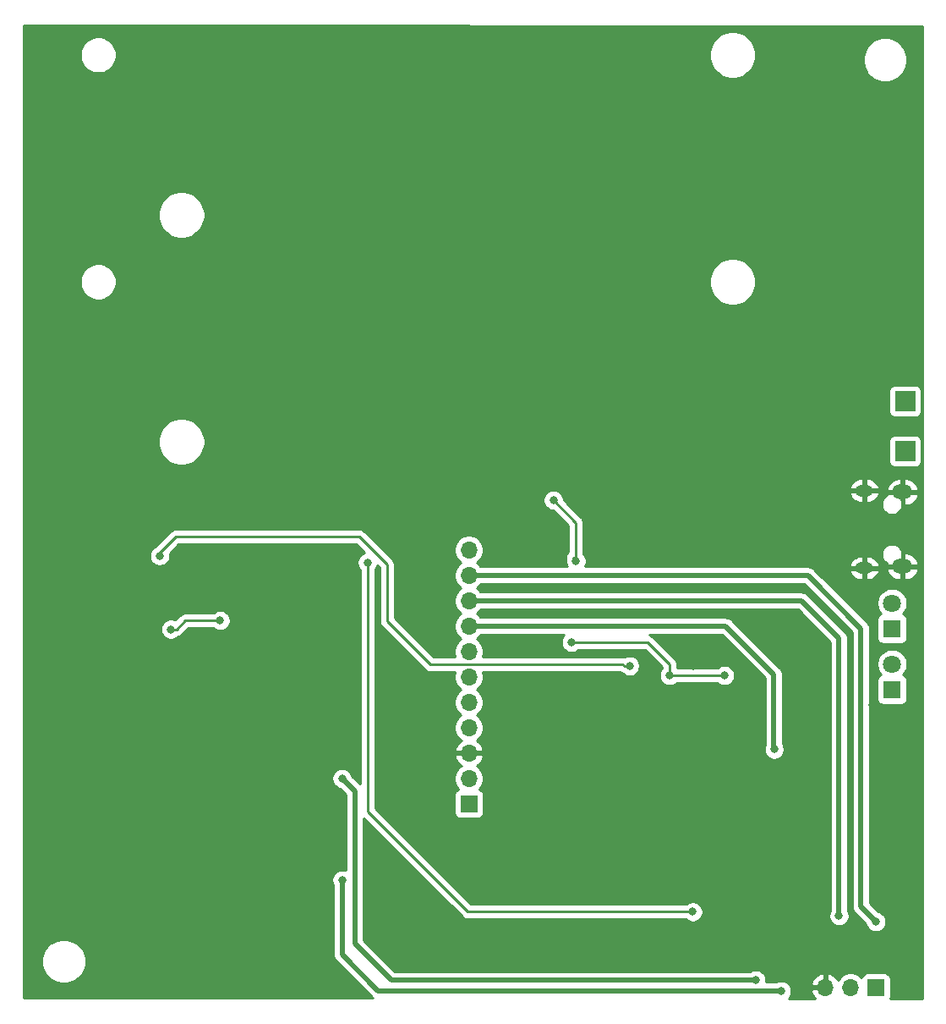
<source format=gbr>
G04 #@! TF.GenerationSoftware,KiCad,Pcbnew,(5.1.5)-3*
G04 #@! TF.CreationDate,2020-03-13T11:52:07+01:00*
G04 #@! TF.ProjectId,MainPCB,4d61696e-5043-4422-9e6b-696361645f70,rev?*
G04 #@! TF.SameCoordinates,Original*
G04 #@! TF.FileFunction,Copper,L2,Bot*
G04 #@! TF.FilePolarity,Positive*
%FSLAX46Y46*%
G04 Gerber Fmt 4.6, Leading zero omitted, Abs format (unit mm)*
G04 Created by KiCad (PCBNEW (5.1.5)-3) date 2020-03-13 11:52:07*
%MOMM*%
%LPD*%
G04 APERTURE LIST*
%ADD10O,1.700000X1.700000*%
%ADD11R,1.700000X1.700000*%
%ADD12O,1.800000X1.150000*%
%ADD13O,2.000000X1.450000*%
%ADD14R,2.000000X2.000000*%
%ADD15C,1.800000*%
%ADD16R,1.800000X1.800000*%
%ADD17C,0.800000*%
%ADD18C,0.500000*%
%ADD19C,0.250000*%
%ADD20C,0.254000*%
G04 APERTURE END LIST*
D10*
X99060000Y-88900000D03*
X99060000Y-91440000D03*
X99060000Y-93980000D03*
X99060000Y-96520000D03*
X99060000Y-99060000D03*
X99060000Y-101600000D03*
X99060000Y-104140000D03*
X99060000Y-106680000D03*
X99060000Y-109220000D03*
X99060000Y-111760000D03*
D11*
X99060000Y-114300000D03*
D12*
X138677100Y-90704900D03*
X138677100Y-82954900D03*
D13*
X142477100Y-90554900D03*
X142477100Y-83104900D03*
D14*
X142748000Y-79004800D03*
X142748000Y-74004800D03*
D15*
X141439900Y-94221300D03*
D16*
X141439900Y-96761300D03*
D15*
X141439900Y-100317300D03*
D16*
X141439900Y-102857300D03*
D10*
X134759700Y-132676900D03*
X137299700Y-132676900D03*
D11*
X139839700Y-132676900D03*
D17*
X63042800Y-95288100D03*
X86817200Y-92036900D03*
X92125800Y-85064600D03*
X117297200Y-100482400D03*
X119621300Y-95389700D03*
X120319800Y-102679500D03*
X121577100Y-100545900D03*
X143002000Y-131267200D03*
X85695000Y-119494300D03*
X142608300Y-109143800D03*
X139484100Y-104419400D03*
X136131300Y-125501400D03*
X139839700Y-126098300D03*
X129641600Y-108839000D03*
X115163600Y-100495100D03*
X68097400Y-89484200D03*
X124662900Y-101447600D03*
X119151400Y-101447600D03*
X109321600Y-98132900D03*
X109791500Y-90017600D03*
X107530900Y-83915301D03*
X130352800Y-133019800D03*
X86360000Y-121920000D03*
X127812800Y-131940300D03*
X86360000Y-111760000D03*
X121475500Y-125095000D03*
X88900000Y-90170000D03*
X69215000Y-96837500D03*
X74155300Y-95948500D03*
D18*
X136131300Y-97739200D02*
X136131300Y-125501400D01*
X99060000Y-93980000D02*
X132372100Y-93980000D01*
X132372100Y-93980000D02*
X136131300Y-97739200D01*
X138341100Y-96761300D02*
X138341100Y-124599700D01*
X99060000Y-91440000D02*
X133019800Y-91440000D01*
X138341100Y-124599700D02*
X139839700Y-126098300D01*
X133019800Y-91440000D02*
X138341100Y-96761300D01*
X99060000Y-96520000D02*
X124790200Y-96520000D01*
X124790200Y-96520000D02*
X129603500Y-101333300D01*
X129603500Y-101333300D02*
X129603500Y-108800900D01*
X129603500Y-108800900D02*
X129641600Y-108839000D01*
D19*
X114597915Y-100495100D02*
X114470915Y-100368100D01*
X115163600Y-100495100D02*
X114597915Y-100495100D01*
X114470915Y-100368100D02*
X95199200Y-100368100D01*
X95199200Y-100368100D02*
X90855800Y-96024700D01*
X90855800Y-96024700D02*
X90855800Y-90322400D01*
X90855800Y-90322400D02*
X88099900Y-87566500D01*
X88099900Y-87566500D02*
X69684900Y-87566500D01*
X69684900Y-87566500D02*
X68097400Y-89154000D01*
X68097400Y-89154000D02*
X68097400Y-89484200D01*
X124662900Y-101447600D02*
X119151400Y-101447600D01*
X119151400Y-101447600D02*
X119151400Y-100317300D01*
X119151400Y-100317300D02*
X116992400Y-98158300D01*
X116992400Y-98158300D02*
X109347000Y-98158300D01*
X109347000Y-98158300D02*
X109321600Y-98132900D01*
X109486700Y-89712800D02*
X109791500Y-90017600D01*
X109791500Y-89451915D02*
X109778800Y-89439215D01*
X109791500Y-90017600D02*
X109791500Y-89451915D01*
X109778800Y-86163201D02*
X107530900Y-83915301D01*
X109778800Y-89439215D02*
X109778800Y-86163201D01*
D18*
X86360000Y-121920000D02*
X86360000Y-121920000D01*
X86360000Y-128270000D02*
X86360000Y-121920000D01*
X130352800Y-133019800D02*
X89992200Y-133019800D01*
X86360000Y-129387600D02*
X86360000Y-128270000D01*
X89992200Y-133019800D02*
X86360000Y-129387600D01*
X86360000Y-111760000D02*
X86360000Y-111760000D01*
X86360000Y-111760000D02*
X86360000Y-111760000D01*
X87630000Y-113030000D02*
X86360000Y-111760000D01*
X127812800Y-131940300D02*
X91300300Y-131940300D01*
X87630000Y-128270000D02*
X87630000Y-113030000D01*
X91300300Y-131940300D02*
X87630000Y-128270000D01*
X88900000Y-90170000D02*
X88900000Y-90170000D01*
D19*
X88900000Y-90170000D02*
X88900000Y-115036600D01*
X98958400Y-125095000D02*
X121475500Y-125095000D01*
X88900000Y-115036600D02*
X98958400Y-125095000D01*
X69780685Y-96837500D02*
X70669685Y-95948500D01*
X69215000Y-96837500D02*
X69780685Y-96837500D01*
X70669685Y-95948500D02*
X74155300Y-95948500D01*
D20*
G36*
X144453800Y-36482487D02*
G01*
X144453801Y-133760156D01*
X141282782Y-133759278D01*
X141315512Y-133651382D01*
X141327772Y-133526900D01*
X141327772Y-131826900D01*
X141315512Y-131702418D01*
X141279202Y-131582720D01*
X141220237Y-131472406D01*
X141140885Y-131375715D01*
X141044194Y-131296363D01*
X140933880Y-131237398D01*
X140814182Y-131201088D01*
X140689700Y-131188828D01*
X138989700Y-131188828D01*
X138865218Y-131201088D01*
X138745520Y-131237398D01*
X138635206Y-131296363D01*
X138538515Y-131375715D01*
X138459163Y-131472406D01*
X138400198Y-131582720D01*
X138378187Y-131655280D01*
X138246332Y-131523425D01*
X138003111Y-131360910D01*
X137732858Y-131248968D01*
X137445960Y-131191900D01*
X137153440Y-131191900D01*
X136866542Y-131248968D01*
X136596289Y-131360910D01*
X136353068Y-131523425D01*
X136146225Y-131730268D01*
X136024505Y-131912434D01*
X135954878Y-131795545D01*
X135759969Y-131579312D01*
X135526620Y-131405259D01*
X135263799Y-131280075D01*
X135116590Y-131235424D01*
X134886700Y-131356745D01*
X134886700Y-132549900D01*
X134906700Y-132549900D01*
X134906700Y-132803900D01*
X134886700Y-132803900D01*
X134886700Y-132823900D01*
X134632700Y-132823900D01*
X134632700Y-132803900D01*
X133438886Y-132803900D01*
X133318219Y-133033791D01*
X133415543Y-133308152D01*
X133564522Y-133558255D01*
X133743839Y-133757190D01*
X131079858Y-133756453D01*
X131156737Y-133679574D01*
X131270005Y-133510056D01*
X131348026Y-133321698D01*
X131387800Y-133121739D01*
X131387800Y-132917861D01*
X131348026Y-132717902D01*
X131270005Y-132529544D01*
X131156737Y-132360026D01*
X131116720Y-132320009D01*
X133318219Y-132320009D01*
X133438886Y-132549900D01*
X134632700Y-132549900D01*
X134632700Y-131356745D01*
X134402810Y-131235424D01*
X134255601Y-131280075D01*
X133992780Y-131405259D01*
X133759431Y-131579312D01*
X133564522Y-131795545D01*
X133415543Y-132045648D01*
X133318219Y-132320009D01*
X131116720Y-132320009D01*
X131012574Y-132215863D01*
X130843056Y-132102595D01*
X130654698Y-132024574D01*
X130454739Y-131984800D01*
X130250861Y-131984800D01*
X130050902Y-132024574D01*
X129862544Y-132102595D01*
X129814346Y-132134800D01*
X128829389Y-132134800D01*
X128847800Y-132042239D01*
X128847800Y-131838361D01*
X128808026Y-131638402D01*
X128730005Y-131450044D01*
X128616737Y-131280526D01*
X128472574Y-131136363D01*
X128303056Y-131023095D01*
X128114698Y-130945074D01*
X127914739Y-130905300D01*
X127710861Y-130905300D01*
X127510902Y-130945074D01*
X127322544Y-131023095D01*
X127274346Y-131055300D01*
X91666879Y-131055300D01*
X88515000Y-127903422D01*
X88515000Y-115726401D01*
X98394601Y-125606003D01*
X98418399Y-125635001D01*
X98534124Y-125729974D01*
X98666153Y-125800546D01*
X98809414Y-125844003D01*
X98921067Y-125855000D01*
X98921075Y-125855000D01*
X98958400Y-125858676D01*
X98995725Y-125855000D01*
X120771789Y-125855000D01*
X120815726Y-125898937D01*
X120985244Y-126012205D01*
X121173602Y-126090226D01*
X121373561Y-126130000D01*
X121577439Y-126130000D01*
X121777398Y-126090226D01*
X121965756Y-126012205D01*
X122135274Y-125898937D01*
X122279437Y-125754774D01*
X122392705Y-125585256D01*
X122470726Y-125396898D01*
X122510500Y-125196939D01*
X122510500Y-124993061D01*
X122470726Y-124793102D01*
X122392705Y-124604744D01*
X122279437Y-124435226D01*
X122135274Y-124291063D01*
X121965756Y-124177795D01*
X121777398Y-124099774D01*
X121577439Y-124060000D01*
X121373561Y-124060000D01*
X121173602Y-124099774D01*
X120985244Y-124177795D01*
X120815726Y-124291063D01*
X120771789Y-124335000D01*
X99273202Y-124335000D01*
X89660000Y-114721799D01*
X89660000Y-113450000D01*
X97571928Y-113450000D01*
X97571928Y-115150000D01*
X97584188Y-115274482D01*
X97620498Y-115394180D01*
X97679463Y-115504494D01*
X97758815Y-115601185D01*
X97855506Y-115680537D01*
X97965820Y-115739502D01*
X98085518Y-115775812D01*
X98210000Y-115788072D01*
X99910000Y-115788072D01*
X100034482Y-115775812D01*
X100154180Y-115739502D01*
X100264494Y-115680537D01*
X100361185Y-115601185D01*
X100440537Y-115504494D01*
X100499502Y-115394180D01*
X100535812Y-115274482D01*
X100548072Y-115150000D01*
X100548072Y-113450000D01*
X100535812Y-113325518D01*
X100499502Y-113205820D01*
X100440537Y-113095506D01*
X100361185Y-112998815D01*
X100264494Y-112919463D01*
X100154180Y-112860498D01*
X100081620Y-112838487D01*
X100213475Y-112706632D01*
X100375990Y-112463411D01*
X100487932Y-112193158D01*
X100545000Y-111906260D01*
X100545000Y-111613740D01*
X100487932Y-111326842D01*
X100375990Y-111056589D01*
X100213475Y-110813368D01*
X100006632Y-110606525D01*
X99824466Y-110484805D01*
X99941355Y-110415178D01*
X100157588Y-110220269D01*
X100331641Y-109986920D01*
X100456825Y-109724099D01*
X100501476Y-109576890D01*
X100380155Y-109347000D01*
X99187000Y-109347000D01*
X99187000Y-109367000D01*
X98933000Y-109367000D01*
X98933000Y-109347000D01*
X97739845Y-109347000D01*
X97618524Y-109576890D01*
X97663175Y-109724099D01*
X97788359Y-109986920D01*
X97962412Y-110220269D01*
X98178645Y-110415178D01*
X98295534Y-110484805D01*
X98113368Y-110606525D01*
X97906525Y-110813368D01*
X97744010Y-111056589D01*
X97632068Y-111326842D01*
X97575000Y-111613740D01*
X97575000Y-111906260D01*
X97632068Y-112193158D01*
X97744010Y-112463411D01*
X97906525Y-112706632D01*
X98038380Y-112838487D01*
X97965820Y-112860498D01*
X97855506Y-112919463D01*
X97758815Y-112998815D01*
X97679463Y-113095506D01*
X97620498Y-113205820D01*
X97584188Y-113325518D01*
X97571928Y-113450000D01*
X89660000Y-113450000D01*
X89660000Y-90873711D01*
X89703937Y-90829774D01*
X89817205Y-90660256D01*
X89895226Y-90471898D01*
X89901078Y-90442479D01*
X90095801Y-90637203D01*
X90095800Y-95987377D01*
X90092124Y-96024700D01*
X90095800Y-96062022D01*
X90095800Y-96062032D01*
X90106797Y-96173685D01*
X90135177Y-96267242D01*
X90150254Y-96316946D01*
X90220826Y-96448976D01*
X90253264Y-96488501D01*
X90315799Y-96564701D01*
X90344803Y-96588504D01*
X94635400Y-100879102D01*
X94659199Y-100908101D01*
X94774924Y-101003074D01*
X94906953Y-101073646D01*
X95050214Y-101117103D01*
X95161867Y-101128100D01*
X95161876Y-101128100D01*
X95199199Y-101131776D01*
X95236522Y-101128100D01*
X97648115Y-101128100D01*
X97632068Y-101166842D01*
X97575000Y-101453740D01*
X97575000Y-101746260D01*
X97632068Y-102033158D01*
X97744010Y-102303411D01*
X97906525Y-102546632D01*
X98113368Y-102753475D01*
X98287760Y-102870000D01*
X98113368Y-102986525D01*
X97906525Y-103193368D01*
X97744010Y-103436589D01*
X97632068Y-103706842D01*
X97575000Y-103993740D01*
X97575000Y-104286260D01*
X97632068Y-104573158D01*
X97744010Y-104843411D01*
X97906525Y-105086632D01*
X98113368Y-105293475D01*
X98287760Y-105410000D01*
X98113368Y-105526525D01*
X97906525Y-105733368D01*
X97744010Y-105976589D01*
X97632068Y-106246842D01*
X97575000Y-106533740D01*
X97575000Y-106826260D01*
X97632068Y-107113158D01*
X97744010Y-107383411D01*
X97906525Y-107626632D01*
X98113368Y-107833475D01*
X98295534Y-107955195D01*
X98178645Y-108024822D01*
X97962412Y-108219731D01*
X97788359Y-108453080D01*
X97663175Y-108715901D01*
X97618524Y-108863110D01*
X97739845Y-109093000D01*
X98933000Y-109093000D01*
X98933000Y-109073000D01*
X99187000Y-109073000D01*
X99187000Y-109093000D01*
X100380155Y-109093000D01*
X100501476Y-108863110D01*
X100456825Y-108715901D01*
X100331641Y-108453080D01*
X100157588Y-108219731D01*
X99941355Y-108024822D01*
X99824466Y-107955195D01*
X100006632Y-107833475D01*
X100213475Y-107626632D01*
X100375990Y-107383411D01*
X100487932Y-107113158D01*
X100545000Y-106826260D01*
X100545000Y-106533740D01*
X100487932Y-106246842D01*
X100375990Y-105976589D01*
X100213475Y-105733368D01*
X100006632Y-105526525D01*
X99832240Y-105410000D01*
X100006632Y-105293475D01*
X100213475Y-105086632D01*
X100375990Y-104843411D01*
X100487932Y-104573158D01*
X100545000Y-104286260D01*
X100545000Y-103993740D01*
X100487932Y-103706842D01*
X100375990Y-103436589D01*
X100213475Y-103193368D01*
X100006632Y-102986525D01*
X99832240Y-102870000D01*
X100006632Y-102753475D01*
X100213475Y-102546632D01*
X100375990Y-102303411D01*
X100487932Y-102033158D01*
X100545000Y-101746260D01*
X100545000Y-101453740D01*
X100487932Y-101166842D01*
X100471885Y-101128100D01*
X114171234Y-101128100D01*
X114173639Y-101130074D01*
X114305668Y-101200646D01*
X114448876Y-101244087D01*
X114503826Y-101299037D01*
X114673344Y-101412305D01*
X114861702Y-101490326D01*
X115061661Y-101530100D01*
X115265539Y-101530100D01*
X115465498Y-101490326D01*
X115653856Y-101412305D01*
X115823374Y-101299037D01*
X115967537Y-101154874D01*
X116080805Y-100985356D01*
X116158826Y-100796998D01*
X116198600Y-100597039D01*
X116198600Y-100393161D01*
X116158826Y-100193202D01*
X116080805Y-100004844D01*
X115967537Y-99835326D01*
X115823374Y-99691163D01*
X115653856Y-99577895D01*
X115465498Y-99499874D01*
X115265539Y-99460100D01*
X115061661Y-99460100D01*
X114861702Y-99499874D01*
X114673344Y-99577895D01*
X114612737Y-99618391D01*
X114508248Y-99608100D01*
X114508237Y-99608100D01*
X114470915Y-99604424D01*
X114433593Y-99608100D01*
X100440322Y-99608100D01*
X100487932Y-99493158D01*
X100545000Y-99206260D01*
X100545000Y-98913740D01*
X100487932Y-98626842D01*
X100375990Y-98356589D01*
X100213475Y-98113368D01*
X100006632Y-97906525D01*
X99832240Y-97790000D01*
X100006632Y-97673475D01*
X100213475Y-97466632D01*
X100254656Y-97405000D01*
X108585789Y-97405000D01*
X108517663Y-97473126D01*
X108404395Y-97642644D01*
X108326374Y-97831002D01*
X108286600Y-98030961D01*
X108286600Y-98234839D01*
X108326374Y-98434798D01*
X108404395Y-98623156D01*
X108517663Y-98792674D01*
X108661826Y-98936837D01*
X108831344Y-99050105D01*
X109019702Y-99128126D01*
X109219661Y-99167900D01*
X109423539Y-99167900D01*
X109623498Y-99128126D01*
X109811856Y-99050105D01*
X109981374Y-98936837D01*
X109999911Y-98918300D01*
X116677599Y-98918300D01*
X118391401Y-100632103D01*
X118391401Y-100743888D01*
X118347463Y-100787826D01*
X118234195Y-100957344D01*
X118156174Y-101145702D01*
X118116400Y-101345661D01*
X118116400Y-101549539D01*
X118156174Y-101749498D01*
X118234195Y-101937856D01*
X118347463Y-102107374D01*
X118491626Y-102251537D01*
X118661144Y-102364805D01*
X118849502Y-102442826D01*
X119049461Y-102482600D01*
X119253339Y-102482600D01*
X119453298Y-102442826D01*
X119641656Y-102364805D01*
X119811174Y-102251537D01*
X119855111Y-102207600D01*
X123959189Y-102207600D01*
X124003126Y-102251537D01*
X124172644Y-102364805D01*
X124361002Y-102442826D01*
X124560961Y-102482600D01*
X124764839Y-102482600D01*
X124964798Y-102442826D01*
X125153156Y-102364805D01*
X125322674Y-102251537D01*
X125466837Y-102107374D01*
X125580105Y-101937856D01*
X125658126Y-101749498D01*
X125697900Y-101549539D01*
X125697900Y-101345661D01*
X125658126Y-101145702D01*
X125580105Y-100957344D01*
X125466837Y-100787826D01*
X125322674Y-100643663D01*
X125153156Y-100530395D01*
X124964798Y-100452374D01*
X124764839Y-100412600D01*
X124560961Y-100412600D01*
X124361002Y-100452374D01*
X124172644Y-100530395D01*
X124003126Y-100643663D01*
X123959189Y-100687600D01*
X119911400Y-100687600D01*
X119911400Y-100354622D01*
X119915076Y-100317299D01*
X119911400Y-100279976D01*
X119911400Y-100279967D01*
X119900403Y-100168314D01*
X119856946Y-100025053D01*
X119835055Y-99984098D01*
X119786374Y-99893023D01*
X119715199Y-99806297D01*
X119691401Y-99777299D01*
X119662403Y-99753501D01*
X117556204Y-97647303D01*
X117532401Y-97618299D01*
X117416676Y-97523326D01*
X117284647Y-97452754D01*
X117141386Y-97409297D01*
X117097758Y-97405000D01*
X124423622Y-97405000D01*
X128718500Y-101699879D01*
X128718501Y-108362973D01*
X128646374Y-108537102D01*
X128606600Y-108737061D01*
X128606600Y-108940939D01*
X128646374Y-109140898D01*
X128724395Y-109329256D01*
X128837663Y-109498774D01*
X128981826Y-109642937D01*
X129151344Y-109756205D01*
X129339702Y-109834226D01*
X129539661Y-109874000D01*
X129743539Y-109874000D01*
X129943498Y-109834226D01*
X130131856Y-109756205D01*
X130301374Y-109642937D01*
X130445537Y-109498774D01*
X130558805Y-109329256D01*
X130636826Y-109140898D01*
X130676600Y-108940939D01*
X130676600Y-108737061D01*
X130636826Y-108537102D01*
X130558805Y-108348744D01*
X130488500Y-108243525D01*
X130488500Y-101376765D01*
X130492781Y-101333299D01*
X130488500Y-101289833D01*
X130488500Y-101289823D01*
X130475695Y-101159810D01*
X130425089Y-100992987D01*
X130342911Y-100839241D01*
X130304449Y-100792375D01*
X130260032Y-100738253D01*
X130260030Y-100738251D01*
X130232317Y-100704483D01*
X130198551Y-100676772D01*
X125446734Y-95924956D01*
X125419017Y-95891183D01*
X125284259Y-95780589D01*
X125130513Y-95698411D01*
X124963690Y-95647805D01*
X124833677Y-95635000D01*
X124833669Y-95635000D01*
X124790200Y-95630719D01*
X124746731Y-95635000D01*
X100254656Y-95635000D01*
X100213475Y-95573368D01*
X100006632Y-95366525D01*
X99832240Y-95250000D01*
X100006632Y-95133475D01*
X100213475Y-94926632D01*
X100254656Y-94865000D01*
X132005522Y-94865000D01*
X135246300Y-98105779D01*
X135246301Y-124962944D01*
X135214095Y-125011144D01*
X135136074Y-125199502D01*
X135096300Y-125399461D01*
X135096300Y-125603339D01*
X135136074Y-125803298D01*
X135214095Y-125991656D01*
X135327363Y-126161174D01*
X135471526Y-126305337D01*
X135641044Y-126418605D01*
X135829402Y-126496626D01*
X136029361Y-126536400D01*
X136233239Y-126536400D01*
X136433198Y-126496626D01*
X136621556Y-126418605D01*
X136791074Y-126305337D01*
X136935237Y-126161174D01*
X137048505Y-125991656D01*
X137126526Y-125803298D01*
X137166300Y-125603339D01*
X137166300Y-125399461D01*
X137126526Y-125199502D01*
X137048505Y-125011144D01*
X137016300Y-124962946D01*
X137016300Y-97782669D01*
X137020581Y-97739200D01*
X137016300Y-97695731D01*
X137016300Y-97695723D01*
X137003495Y-97565710D01*
X136990638Y-97523326D01*
X136952889Y-97398886D01*
X136870711Y-97245141D01*
X136787832Y-97144153D01*
X136787830Y-97144151D01*
X136760117Y-97110383D01*
X136726350Y-97082671D01*
X133028634Y-93384956D01*
X133000917Y-93351183D01*
X132866159Y-93240589D01*
X132712413Y-93158411D01*
X132545590Y-93107805D01*
X132415577Y-93095000D01*
X132415569Y-93095000D01*
X132372100Y-93090719D01*
X132328631Y-93095000D01*
X100254656Y-93095000D01*
X100213475Y-93033368D01*
X100006632Y-92826525D01*
X99832240Y-92710000D01*
X100006632Y-92593475D01*
X100213475Y-92386632D01*
X100254656Y-92325000D01*
X132653222Y-92325000D01*
X137456100Y-97127879D01*
X137456101Y-124556221D01*
X137451819Y-124599700D01*
X137468905Y-124773190D01*
X137519512Y-124940013D01*
X137601690Y-125093759D01*
X137684568Y-125194746D01*
X137684571Y-125194749D01*
X137712284Y-125228517D01*
X137746051Y-125256229D01*
X138833165Y-126343344D01*
X138844474Y-126400198D01*
X138922495Y-126588556D01*
X139035763Y-126758074D01*
X139179926Y-126902237D01*
X139349444Y-127015505D01*
X139537802Y-127093526D01*
X139737761Y-127133300D01*
X139941639Y-127133300D01*
X140141598Y-127093526D01*
X140329956Y-127015505D01*
X140499474Y-126902237D01*
X140643637Y-126758074D01*
X140756905Y-126588556D01*
X140834926Y-126400198D01*
X140874700Y-126200239D01*
X140874700Y-125996361D01*
X140834926Y-125796402D01*
X140756905Y-125608044D01*
X140643637Y-125438526D01*
X140499474Y-125294363D01*
X140329956Y-125181095D01*
X140141598Y-125103074D01*
X140084744Y-125091765D01*
X139226100Y-124233122D01*
X139226100Y-101957300D01*
X139901828Y-101957300D01*
X139901828Y-103757300D01*
X139914088Y-103881782D01*
X139950398Y-104001480D01*
X140009363Y-104111794D01*
X140088715Y-104208485D01*
X140185406Y-104287837D01*
X140295720Y-104346802D01*
X140415418Y-104383112D01*
X140539900Y-104395372D01*
X142339900Y-104395372D01*
X142464382Y-104383112D01*
X142584080Y-104346802D01*
X142694394Y-104287837D01*
X142791085Y-104208485D01*
X142870437Y-104111794D01*
X142929402Y-104001480D01*
X142965712Y-103881782D01*
X142977972Y-103757300D01*
X142977972Y-101957300D01*
X142965712Y-101832818D01*
X142929402Y-101713120D01*
X142870437Y-101602806D01*
X142791085Y-101506115D01*
X142694394Y-101426763D01*
X142584080Y-101367798D01*
X142565773Y-101362244D01*
X142632212Y-101295805D01*
X142800199Y-101044395D01*
X142915911Y-100765043D01*
X142974900Y-100468484D01*
X142974900Y-100166116D01*
X142915911Y-99869557D01*
X142800199Y-99590205D01*
X142632212Y-99338795D01*
X142418405Y-99124988D01*
X142166995Y-98957001D01*
X141887643Y-98841289D01*
X141591084Y-98782300D01*
X141288716Y-98782300D01*
X140992157Y-98841289D01*
X140712805Y-98957001D01*
X140461395Y-99124988D01*
X140247588Y-99338795D01*
X140079601Y-99590205D01*
X139963889Y-99869557D01*
X139904900Y-100166116D01*
X139904900Y-100468484D01*
X139963889Y-100765043D01*
X140079601Y-101044395D01*
X140247588Y-101295805D01*
X140314027Y-101362244D01*
X140295720Y-101367798D01*
X140185406Y-101426763D01*
X140088715Y-101506115D01*
X140009363Y-101602806D01*
X139950398Y-101713120D01*
X139914088Y-101832818D01*
X139901828Y-101957300D01*
X139226100Y-101957300D01*
X139226100Y-96804769D01*
X139230381Y-96761300D01*
X139226100Y-96717831D01*
X139226100Y-96717823D01*
X139213295Y-96587810D01*
X139192725Y-96520000D01*
X139162689Y-96420986D01*
X139080511Y-96267241D01*
X138997632Y-96166253D01*
X138997630Y-96166251D01*
X138969917Y-96132483D01*
X138936151Y-96104772D01*
X138692679Y-95861300D01*
X139901828Y-95861300D01*
X139901828Y-97661300D01*
X139914088Y-97785782D01*
X139950398Y-97905480D01*
X140009363Y-98015794D01*
X140088715Y-98112485D01*
X140185406Y-98191837D01*
X140295720Y-98250802D01*
X140415418Y-98287112D01*
X140539900Y-98299372D01*
X142339900Y-98299372D01*
X142464382Y-98287112D01*
X142584080Y-98250802D01*
X142694394Y-98191837D01*
X142791085Y-98112485D01*
X142870437Y-98015794D01*
X142929402Y-97905480D01*
X142965712Y-97785782D01*
X142977972Y-97661300D01*
X142977972Y-95861300D01*
X142965712Y-95736818D01*
X142929402Y-95617120D01*
X142870437Y-95506806D01*
X142791085Y-95410115D01*
X142694394Y-95330763D01*
X142584080Y-95271798D01*
X142565773Y-95266244D01*
X142632212Y-95199805D01*
X142800199Y-94948395D01*
X142915911Y-94669043D01*
X142974900Y-94372484D01*
X142974900Y-94070116D01*
X142915911Y-93773557D01*
X142800199Y-93494205D01*
X142632212Y-93242795D01*
X142418405Y-93028988D01*
X142166995Y-92861001D01*
X141887643Y-92745289D01*
X141591084Y-92686300D01*
X141288716Y-92686300D01*
X140992157Y-92745289D01*
X140712805Y-92861001D01*
X140461395Y-93028988D01*
X140247588Y-93242795D01*
X140079601Y-93494205D01*
X139963889Y-93773557D01*
X139904900Y-94070116D01*
X139904900Y-94372484D01*
X139963889Y-94669043D01*
X140079601Y-94948395D01*
X140247588Y-95199805D01*
X140314027Y-95266244D01*
X140295720Y-95271798D01*
X140185406Y-95330763D01*
X140088715Y-95410115D01*
X140009363Y-95506806D01*
X139950398Y-95617120D01*
X139914088Y-95736818D01*
X139901828Y-95861300D01*
X138692679Y-95861300D01*
X133849956Y-91018577D01*
X137183465Y-91018577D01*
X137185604Y-91050615D01*
X137275464Y-91271544D01*
X137406698Y-91470697D01*
X137574263Y-91640421D01*
X137771720Y-91774194D01*
X137991481Y-91866874D01*
X138225100Y-91914900D01*
X138550100Y-91914900D01*
X138550100Y-90831900D01*
X138804100Y-90831900D01*
X138804100Y-91914900D01*
X139129100Y-91914900D01*
X139362719Y-91866874D01*
X139582480Y-91774194D01*
X139779937Y-91640421D01*
X139947502Y-91470697D01*
X140078736Y-91271544D01*
X140168596Y-91050615D01*
X140170735Y-91018577D01*
X140086027Y-90892158D01*
X140884581Y-90892158D01*
X140897022Y-90958017D01*
X141000743Y-91204879D01*
X141150631Y-91426763D01*
X141340927Y-91615142D01*
X141564317Y-91762776D01*
X141812217Y-91863992D01*
X142075100Y-91914900D01*
X142350100Y-91914900D01*
X142350100Y-90681900D01*
X142604100Y-90681900D01*
X142604100Y-91914900D01*
X142879100Y-91914900D01*
X143141983Y-91863992D01*
X143389883Y-91762776D01*
X143613273Y-91615142D01*
X143803569Y-91426763D01*
X143953457Y-91204879D01*
X144057178Y-90958017D01*
X144069619Y-90892158D01*
X143946618Y-90681900D01*
X142604100Y-90681900D01*
X142350100Y-90681900D01*
X141007582Y-90681900D01*
X140884581Y-90892158D01*
X140086027Y-90892158D01*
X140045650Y-90831900D01*
X138804100Y-90831900D01*
X138550100Y-90831900D01*
X137308550Y-90831900D01*
X137183465Y-91018577D01*
X133849956Y-91018577D01*
X133676334Y-90844956D01*
X133648617Y-90811183D01*
X133513859Y-90700589D01*
X133360113Y-90618411D01*
X133193290Y-90567805D01*
X133063277Y-90555000D01*
X133063269Y-90555000D01*
X133019800Y-90550719D01*
X132976331Y-90555000D01*
X110677204Y-90555000D01*
X110708705Y-90507856D01*
X110757016Y-90391223D01*
X137183465Y-90391223D01*
X137308550Y-90577900D01*
X138550100Y-90577900D01*
X138550100Y-89494900D01*
X138804100Y-89494900D01*
X138804100Y-90577900D01*
X140045650Y-90577900D01*
X140170735Y-90391223D01*
X140168596Y-90359185D01*
X140078736Y-90138256D01*
X139947502Y-89939103D01*
X139779937Y-89769379D01*
X139582480Y-89635606D01*
X139362719Y-89542926D01*
X139129100Y-89494900D01*
X138804100Y-89494900D01*
X138550100Y-89494900D01*
X138225100Y-89494900D01*
X137991481Y-89542926D01*
X137771720Y-89635606D01*
X137574263Y-89769379D01*
X137406698Y-89939103D01*
X137275464Y-90138256D01*
X137185604Y-90359185D01*
X137183465Y-90391223D01*
X110757016Y-90391223D01*
X110786726Y-90319498D01*
X110826500Y-90119539D01*
X110826500Y-89915661D01*
X110786726Y-89715702D01*
X110708705Y-89527344D01*
X110595437Y-89357826D01*
X110540487Y-89302876D01*
X110538800Y-89297315D01*
X110538800Y-89227961D01*
X140392100Y-89227961D01*
X140392100Y-89431839D01*
X140431874Y-89631798D01*
X140509895Y-89820156D01*
X140623163Y-89989674D01*
X140767326Y-90133837D01*
X140885496Y-90212796D01*
X140884581Y-90217642D01*
X141007582Y-90427900D01*
X142350100Y-90427900D01*
X142350100Y-89806166D01*
X142422326Y-89631798D01*
X142462100Y-89431839D01*
X142462100Y-89227961D01*
X142455524Y-89194900D01*
X142604100Y-89194900D01*
X142604100Y-90427900D01*
X143946618Y-90427900D01*
X144069619Y-90217642D01*
X144057178Y-90151783D01*
X143953457Y-89904921D01*
X143803569Y-89683037D01*
X143613273Y-89494658D01*
X143389883Y-89347024D01*
X143141983Y-89245808D01*
X142879100Y-89194900D01*
X142604100Y-89194900D01*
X142455524Y-89194900D01*
X142422326Y-89028002D01*
X142344305Y-88839644D01*
X142231037Y-88670126D01*
X142086874Y-88525963D01*
X141917356Y-88412695D01*
X141728998Y-88334674D01*
X141529039Y-88294900D01*
X141325161Y-88294900D01*
X141125202Y-88334674D01*
X140936844Y-88412695D01*
X140767326Y-88525963D01*
X140623163Y-88670126D01*
X140509895Y-88839644D01*
X140431874Y-89028002D01*
X140392100Y-89227961D01*
X110538800Y-89227961D01*
X110538800Y-86200526D01*
X110542476Y-86163201D01*
X110538800Y-86125876D01*
X110538800Y-86125868D01*
X110527803Y-86014215D01*
X110484346Y-85870954D01*
X110413774Y-85738925D01*
X110318801Y-85623200D01*
X110289803Y-85599402D01*
X108918362Y-84227961D01*
X140392100Y-84227961D01*
X140392100Y-84431839D01*
X140431874Y-84631798D01*
X140509895Y-84820156D01*
X140623163Y-84989674D01*
X140767326Y-85133837D01*
X140936844Y-85247105D01*
X141125202Y-85325126D01*
X141325161Y-85364900D01*
X141529039Y-85364900D01*
X141728998Y-85325126D01*
X141917356Y-85247105D01*
X142086874Y-85133837D01*
X142231037Y-84989674D01*
X142344305Y-84820156D01*
X142422326Y-84631798D01*
X142462100Y-84431839D01*
X142462100Y-84227961D01*
X142422326Y-84028002D01*
X142350100Y-83853634D01*
X142350100Y-83231900D01*
X142604100Y-83231900D01*
X142604100Y-84464900D01*
X142879100Y-84464900D01*
X143141983Y-84413992D01*
X143389883Y-84312776D01*
X143613273Y-84165142D01*
X143803569Y-83976763D01*
X143953457Y-83754879D01*
X144057178Y-83508017D01*
X144069619Y-83442158D01*
X143946618Y-83231900D01*
X142604100Y-83231900D01*
X142350100Y-83231900D01*
X141007582Y-83231900D01*
X140884581Y-83442158D01*
X140885496Y-83447004D01*
X140767326Y-83525963D01*
X140623163Y-83670126D01*
X140509895Y-83839644D01*
X140431874Y-84028002D01*
X140392100Y-84227961D01*
X108918362Y-84227961D01*
X108565900Y-83875500D01*
X108565900Y-83813362D01*
X108526126Y-83613403D01*
X108448105Y-83425045D01*
X108343557Y-83268577D01*
X137183465Y-83268577D01*
X137185604Y-83300615D01*
X137275464Y-83521544D01*
X137406698Y-83720697D01*
X137574263Y-83890421D01*
X137771720Y-84024194D01*
X137991481Y-84116874D01*
X138225100Y-84164900D01*
X138550100Y-84164900D01*
X138550100Y-83081900D01*
X138804100Y-83081900D01*
X138804100Y-84164900D01*
X139129100Y-84164900D01*
X139362719Y-84116874D01*
X139582480Y-84024194D01*
X139779937Y-83890421D01*
X139947502Y-83720697D01*
X140078736Y-83521544D01*
X140168596Y-83300615D01*
X140170735Y-83268577D01*
X140045650Y-83081900D01*
X138804100Y-83081900D01*
X138550100Y-83081900D01*
X137308550Y-83081900D01*
X137183465Y-83268577D01*
X108343557Y-83268577D01*
X108334837Y-83255527D01*
X108190674Y-83111364D01*
X108021156Y-82998096D01*
X107832798Y-82920075D01*
X107632839Y-82880301D01*
X107428961Y-82880301D01*
X107229002Y-82920075D01*
X107040644Y-82998096D01*
X106871126Y-83111364D01*
X106726963Y-83255527D01*
X106613695Y-83425045D01*
X106535674Y-83613403D01*
X106495900Y-83813362D01*
X106495900Y-84017240D01*
X106535674Y-84217199D01*
X106613695Y-84405557D01*
X106726963Y-84575075D01*
X106871126Y-84719238D01*
X107040644Y-84832506D01*
X107229002Y-84910527D01*
X107428961Y-84950301D01*
X107491099Y-84950301D01*
X109018801Y-86478004D01*
X109018800Y-89113627D01*
X108946699Y-89172799D01*
X108851726Y-89288524D01*
X108781154Y-89420554D01*
X108737698Y-89563815D01*
X108723024Y-89712800D01*
X108737698Y-89861785D01*
X108756500Y-89923769D01*
X108756500Y-90119539D01*
X108796274Y-90319498D01*
X108874295Y-90507856D01*
X108905796Y-90555000D01*
X100254656Y-90555000D01*
X100213475Y-90493368D01*
X100006632Y-90286525D01*
X99832240Y-90170000D01*
X100006632Y-90053475D01*
X100213475Y-89846632D01*
X100375990Y-89603411D01*
X100487932Y-89333158D01*
X100545000Y-89046260D01*
X100545000Y-88753740D01*
X100487932Y-88466842D01*
X100375990Y-88196589D01*
X100213475Y-87953368D01*
X100006632Y-87746525D01*
X99763411Y-87584010D01*
X99493158Y-87472068D01*
X99206260Y-87415000D01*
X98913740Y-87415000D01*
X98626842Y-87472068D01*
X98356589Y-87584010D01*
X98113368Y-87746525D01*
X97906525Y-87953368D01*
X97744010Y-88196589D01*
X97632068Y-88466842D01*
X97575000Y-88753740D01*
X97575000Y-89046260D01*
X97632068Y-89333158D01*
X97744010Y-89603411D01*
X97906525Y-89846632D01*
X98113368Y-90053475D01*
X98287760Y-90170000D01*
X98113368Y-90286525D01*
X97906525Y-90493368D01*
X97744010Y-90736589D01*
X97632068Y-91006842D01*
X97575000Y-91293740D01*
X97575000Y-91586260D01*
X97632068Y-91873158D01*
X97744010Y-92143411D01*
X97906525Y-92386632D01*
X98113368Y-92593475D01*
X98287760Y-92710000D01*
X98113368Y-92826525D01*
X97906525Y-93033368D01*
X97744010Y-93276589D01*
X97632068Y-93546842D01*
X97575000Y-93833740D01*
X97575000Y-94126260D01*
X97632068Y-94413158D01*
X97744010Y-94683411D01*
X97906525Y-94926632D01*
X98113368Y-95133475D01*
X98287760Y-95250000D01*
X98113368Y-95366525D01*
X97906525Y-95573368D01*
X97744010Y-95816589D01*
X97632068Y-96086842D01*
X97575000Y-96373740D01*
X97575000Y-96666260D01*
X97632068Y-96953158D01*
X97744010Y-97223411D01*
X97906525Y-97466632D01*
X98113368Y-97673475D01*
X98287760Y-97790000D01*
X98113368Y-97906525D01*
X97906525Y-98113368D01*
X97744010Y-98356589D01*
X97632068Y-98626842D01*
X97575000Y-98913740D01*
X97575000Y-99206260D01*
X97632068Y-99493158D01*
X97679678Y-99608100D01*
X95514002Y-99608100D01*
X91615800Y-95709899D01*
X91615800Y-90359722D01*
X91619476Y-90322399D01*
X91615800Y-90285076D01*
X91615800Y-90285067D01*
X91604803Y-90173414D01*
X91561346Y-90030153D01*
X91531575Y-89974456D01*
X91490774Y-89898123D01*
X91419599Y-89811397D01*
X91395801Y-89782399D01*
X91366803Y-89758601D01*
X88663704Y-87055503D01*
X88639901Y-87026499D01*
X88524176Y-86931526D01*
X88392147Y-86860954D01*
X88248886Y-86817497D01*
X88137233Y-86806500D01*
X88137222Y-86806500D01*
X88099900Y-86802824D01*
X88062578Y-86806500D01*
X69722222Y-86806500D01*
X69684899Y-86802824D01*
X69647576Y-86806500D01*
X69647567Y-86806500D01*
X69535914Y-86817497D01*
X69392653Y-86860954D01*
X69260623Y-86931526D01*
X69176983Y-87000168D01*
X69144899Y-87026499D01*
X69121101Y-87055497D01*
X67611343Y-88565256D01*
X67607144Y-88566995D01*
X67437626Y-88680263D01*
X67293463Y-88824426D01*
X67180195Y-88993944D01*
X67102174Y-89182302D01*
X67062400Y-89382261D01*
X67062400Y-89586139D01*
X67102174Y-89786098D01*
X67180195Y-89974456D01*
X67293463Y-90143974D01*
X67437626Y-90288137D01*
X67607144Y-90401405D01*
X67795502Y-90479426D01*
X67995461Y-90519200D01*
X68199339Y-90519200D01*
X68399298Y-90479426D01*
X68587656Y-90401405D01*
X68757174Y-90288137D01*
X68901337Y-90143974D01*
X69014605Y-89974456D01*
X69092626Y-89786098D01*
X69132400Y-89586139D01*
X69132400Y-89382261D01*
X69101133Y-89225069D01*
X69999702Y-88326500D01*
X87785099Y-88326500D01*
X88627521Y-89168922D01*
X88598102Y-89174774D01*
X88409744Y-89252795D01*
X88240226Y-89366063D01*
X88096063Y-89510226D01*
X87982795Y-89679744D01*
X87904774Y-89868102D01*
X87865000Y-90068061D01*
X87865000Y-90271939D01*
X87904774Y-90471898D01*
X87982795Y-90660256D01*
X88096063Y-90829774D01*
X88140000Y-90873711D01*
X88140001Y-112288422D01*
X87366535Y-111514957D01*
X87355226Y-111458102D01*
X87277205Y-111269744D01*
X87163937Y-111100226D01*
X87019774Y-110956063D01*
X86850256Y-110842795D01*
X86661898Y-110764774D01*
X86461939Y-110725000D01*
X86258061Y-110725000D01*
X86058102Y-110764774D01*
X85869744Y-110842795D01*
X85700226Y-110956063D01*
X85556063Y-111100226D01*
X85442795Y-111269744D01*
X85364774Y-111458102D01*
X85325000Y-111658061D01*
X85325000Y-111861939D01*
X85364774Y-112061898D01*
X85442795Y-112250256D01*
X85556063Y-112419774D01*
X85700226Y-112563937D01*
X85869744Y-112677205D01*
X86058102Y-112755226D01*
X86114957Y-112766535D01*
X86745001Y-113396580D01*
X86745000Y-120959196D01*
X86661898Y-120924774D01*
X86461939Y-120885000D01*
X86258061Y-120885000D01*
X86058102Y-120924774D01*
X85869744Y-121002795D01*
X85700226Y-121116063D01*
X85556063Y-121260226D01*
X85442795Y-121429744D01*
X85364774Y-121618102D01*
X85325000Y-121818061D01*
X85325000Y-122021939D01*
X85364774Y-122221898D01*
X85442795Y-122410256D01*
X85475001Y-122458456D01*
X85475000Y-128313476D01*
X85475001Y-128313485D01*
X85475000Y-129344130D01*
X85470719Y-129387600D01*
X85475000Y-129431069D01*
X85475000Y-129431076D01*
X85487805Y-129561089D01*
X85538411Y-129727912D01*
X85620589Y-129881658D01*
X85731183Y-130016417D01*
X85764956Y-130044134D01*
X89335670Y-133614849D01*
X89363383Y-133648617D01*
X89397151Y-133676330D01*
X89397153Y-133676332D01*
X89480744Y-133744934D01*
X54491700Y-133735245D01*
X54491700Y-129840572D01*
X56235800Y-129840572D01*
X56235800Y-130280828D01*
X56321690Y-130712625D01*
X56490169Y-131119369D01*
X56734762Y-131485429D01*
X57046071Y-131796738D01*
X57412131Y-132041331D01*
X57818875Y-132209810D01*
X58250672Y-132295700D01*
X58690928Y-132295700D01*
X59122725Y-132209810D01*
X59529469Y-132041331D01*
X59895529Y-131796738D01*
X60206838Y-131485429D01*
X60451431Y-131119369D01*
X60619910Y-130712625D01*
X60705800Y-130280828D01*
X60705800Y-129840572D01*
X60619910Y-129408775D01*
X60451431Y-129002031D01*
X60206838Y-128635971D01*
X59895529Y-128324662D01*
X59529469Y-128080069D01*
X59122725Y-127911590D01*
X58690928Y-127825700D01*
X58250672Y-127825700D01*
X57818875Y-127911590D01*
X57412131Y-128080069D01*
X57046071Y-128324662D01*
X56734762Y-128635971D01*
X56490169Y-129002031D01*
X56321690Y-129408775D01*
X56235800Y-129840572D01*
X54491700Y-129840572D01*
X54491700Y-96735561D01*
X68180000Y-96735561D01*
X68180000Y-96939439D01*
X68219774Y-97139398D01*
X68297795Y-97327756D01*
X68411063Y-97497274D01*
X68555226Y-97641437D01*
X68724744Y-97754705D01*
X68913102Y-97832726D01*
X69113061Y-97872500D01*
X69316939Y-97872500D01*
X69516898Y-97832726D01*
X69705256Y-97754705D01*
X69874774Y-97641437D01*
X69929724Y-97586487D01*
X70072932Y-97543046D01*
X70204961Y-97472474D01*
X70320686Y-97377501D01*
X70344488Y-97348498D01*
X70984487Y-96708500D01*
X73451589Y-96708500D01*
X73495526Y-96752437D01*
X73665044Y-96865705D01*
X73853402Y-96943726D01*
X74053361Y-96983500D01*
X74257239Y-96983500D01*
X74457198Y-96943726D01*
X74645556Y-96865705D01*
X74815074Y-96752437D01*
X74959237Y-96608274D01*
X75072505Y-96438756D01*
X75150526Y-96250398D01*
X75190300Y-96050439D01*
X75190300Y-95846561D01*
X75150526Y-95646602D01*
X75072505Y-95458244D01*
X74959237Y-95288726D01*
X74815074Y-95144563D01*
X74645556Y-95031295D01*
X74457198Y-94953274D01*
X74257239Y-94913500D01*
X74053361Y-94913500D01*
X73853402Y-94953274D01*
X73665044Y-95031295D01*
X73495526Y-95144563D01*
X73451589Y-95188500D01*
X70707008Y-95188500D01*
X70669685Y-95184824D01*
X70632362Y-95188500D01*
X70632352Y-95188500D01*
X70520699Y-95199497D01*
X70377438Y-95242954D01*
X70245409Y-95313526D01*
X70129684Y-95408499D01*
X70105886Y-95437497D01*
X69647155Y-95896229D01*
X69516898Y-95842274D01*
X69316939Y-95802500D01*
X69113061Y-95802500D01*
X68913102Y-95842274D01*
X68724744Y-95920295D01*
X68555226Y-96033563D01*
X68411063Y-96177726D01*
X68297795Y-96347244D01*
X68219774Y-96535602D01*
X68180000Y-96735561D01*
X54491700Y-96735561D01*
X54491700Y-82641223D01*
X137183465Y-82641223D01*
X137308550Y-82827900D01*
X138550100Y-82827900D01*
X138550100Y-81744900D01*
X138804100Y-81744900D01*
X138804100Y-82827900D01*
X140045650Y-82827900D01*
X140086026Y-82767642D01*
X140884581Y-82767642D01*
X141007582Y-82977900D01*
X142350100Y-82977900D01*
X142350100Y-81744900D01*
X142604100Y-81744900D01*
X142604100Y-82977900D01*
X143946618Y-82977900D01*
X144069619Y-82767642D01*
X144057178Y-82701783D01*
X143953457Y-82454921D01*
X143803569Y-82233037D01*
X143613273Y-82044658D01*
X143389883Y-81897024D01*
X143141983Y-81795808D01*
X142879100Y-81744900D01*
X142604100Y-81744900D01*
X142350100Y-81744900D01*
X142075100Y-81744900D01*
X141812217Y-81795808D01*
X141564317Y-81897024D01*
X141340927Y-82044658D01*
X141150631Y-82233037D01*
X141000743Y-82454921D01*
X140897022Y-82701783D01*
X140884581Y-82767642D01*
X140086026Y-82767642D01*
X140170735Y-82641223D01*
X140168596Y-82609185D01*
X140078736Y-82388256D01*
X139947502Y-82189103D01*
X139779937Y-82019379D01*
X139582480Y-81885606D01*
X139362719Y-81792926D01*
X139129100Y-81744900D01*
X138804100Y-81744900D01*
X138550100Y-81744900D01*
X138225100Y-81744900D01*
X137991481Y-81792926D01*
X137771720Y-81885606D01*
X137574263Y-82019379D01*
X137406698Y-82189103D01*
X137275464Y-82388256D01*
X137185604Y-82609185D01*
X137183465Y-82641223D01*
X54491700Y-82641223D01*
X54491700Y-77849060D01*
X67921000Y-77849060D01*
X67921000Y-78313940D01*
X68011694Y-78769887D01*
X68189595Y-79199379D01*
X68447868Y-79585912D01*
X68776588Y-79914632D01*
X69163121Y-80172905D01*
X69592613Y-80350806D01*
X70048560Y-80441500D01*
X70513440Y-80441500D01*
X70969387Y-80350806D01*
X71398879Y-80172905D01*
X71785412Y-79914632D01*
X72114132Y-79585912D01*
X72372405Y-79199379D01*
X72550306Y-78769887D01*
X72641000Y-78313940D01*
X72641000Y-78004800D01*
X141109928Y-78004800D01*
X141109928Y-80004800D01*
X141122188Y-80129282D01*
X141158498Y-80248980D01*
X141217463Y-80359294D01*
X141296815Y-80455985D01*
X141393506Y-80535337D01*
X141503820Y-80594302D01*
X141623518Y-80630612D01*
X141748000Y-80642872D01*
X143748000Y-80642872D01*
X143872482Y-80630612D01*
X143992180Y-80594302D01*
X144102494Y-80535337D01*
X144199185Y-80455985D01*
X144278537Y-80359294D01*
X144337502Y-80248980D01*
X144373812Y-80129282D01*
X144386072Y-80004800D01*
X144386072Y-78004800D01*
X144373812Y-77880318D01*
X144337502Y-77760620D01*
X144278537Y-77650306D01*
X144199185Y-77553615D01*
X144102494Y-77474263D01*
X143992180Y-77415298D01*
X143872482Y-77378988D01*
X143748000Y-77366728D01*
X141748000Y-77366728D01*
X141623518Y-77378988D01*
X141503820Y-77415298D01*
X141393506Y-77474263D01*
X141296815Y-77553615D01*
X141217463Y-77650306D01*
X141158498Y-77760620D01*
X141122188Y-77880318D01*
X141109928Y-78004800D01*
X72641000Y-78004800D01*
X72641000Y-77849060D01*
X72550306Y-77393113D01*
X72372405Y-76963621D01*
X72114132Y-76577088D01*
X71785412Y-76248368D01*
X71398879Y-75990095D01*
X70969387Y-75812194D01*
X70513440Y-75721500D01*
X70048560Y-75721500D01*
X69592613Y-75812194D01*
X69163121Y-75990095D01*
X68776588Y-76248368D01*
X68447868Y-76577088D01*
X68189595Y-76963621D01*
X68011694Y-77393113D01*
X67921000Y-77849060D01*
X54491700Y-77849060D01*
X54491700Y-73004800D01*
X141109928Y-73004800D01*
X141109928Y-75004800D01*
X141122188Y-75129282D01*
X141158498Y-75248980D01*
X141217463Y-75359294D01*
X141296815Y-75455985D01*
X141393506Y-75535337D01*
X141503820Y-75594302D01*
X141623518Y-75630612D01*
X141748000Y-75642872D01*
X143748000Y-75642872D01*
X143872482Y-75630612D01*
X143992180Y-75594302D01*
X144102494Y-75535337D01*
X144199185Y-75455985D01*
X144278537Y-75359294D01*
X144337502Y-75248980D01*
X144373812Y-75129282D01*
X144386072Y-75004800D01*
X144386072Y-73004800D01*
X144373812Y-72880318D01*
X144337502Y-72760620D01*
X144278537Y-72650306D01*
X144199185Y-72553615D01*
X144102494Y-72474263D01*
X143992180Y-72415298D01*
X143872482Y-72378988D01*
X143748000Y-72366728D01*
X141748000Y-72366728D01*
X141623518Y-72378988D01*
X141503820Y-72415298D01*
X141393506Y-72474263D01*
X141296815Y-72553615D01*
X141217463Y-72650306D01*
X141158498Y-72760620D01*
X141122188Y-72880318D01*
X141109928Y-73004800D01*
X54491700Y-73004800D01*
X54491700Y-61901261D01*
X60121000Y-61901261D01*
X60121000Y-62261739D01*
X60191325Y-62615291D01*
X60329275Y-62948330D01*
X60529546Y-63248057D01*
X60784443Y-63502954D01*
X61084170Y-63703225D01*
X61417209Y-63841175D01*
X61770761Y-63911500D01*
X62131239Y-63911500D01*
X62484791Y-63841175D01*
X62817830Y-63703225D01*
X63117557Y-63502954D01*
X63372454Y-63248057D01*
X63572725Y-62948330D01*
X63710675Y-62615291D01*
X63781000Y-62261739D01*
X63781000Y-61901261D01*
X63770617Y-61849060D01*
X123121000Y-61849060D01*
X123121000Y-62313940D01*
X123211694Y-62769887D01*
X123389595Y-63199379D01*
X123647868Y-63585912D01*
X123976588Y-63914632D01*
X124363121Y-64172905D01*
X124792613Y-64350806D01*
X125248560Y-64441500D01*
X125713440Y-64441500D01*
X126169387Y-64350806D01*
X126598879Y-64172905D01*
X126985412Y-63914632D01*
X127314132Y-63585912D01*
X127572405Y-63199379D01*
X127750306Y-62769887D01*
X127841000Y-62313940D01*
X127841000Y-61849060D01*
X127750306Y-61393113D01*
X127572405Y-60963621D01*
X127314132Y-60577088D01*
X126985412Y-60248368D01*
X126598879Y-59990095D01*
X126169387Y-59812194D01*
X125713440Y-59721500D01*
X125248560Y-59721500D01*
X124792613Y-59812194D01*
X124363121Y-59990095D01*
X123976588Y-60248368D01*
X123647868Y-60577088D01*
X123389595Y-60963621D01*
X123211694Y-61393113D01*
X123121000Y-61849060D01*
X63770617Y-61849060D01*
X63710675Y-61547709D01*
X63572725Y-61214670D01*
X63372454Y-60914943D01*
X63117557Y-60660046D01*
X62817830Y-60459775D01*
X62484791Y-60321825D01*
X62131239Y-60251500D01*
X61770761Y-60251500D01*
X61417209Y-60321825D01*
X61084170Y-60459775D01*
X60784443Y-60660046D01*
X60529546Y-60914943D01*
X60329275Y-61214670D01*
X60191325Y-61547709D01*
X60121000Y-61901261D01*
X54491700Y-61901261D01*
X54491700Y-55139060D01*
X67921000Y-55139060D01*
X67921000Y-55603940D01*
X68011694Y-56059887D01*
X68189595Y-56489379D01*
X68447868Y-56875912D01*
X68776588Y-57204632D01*
X69163121Y-57462905D01*
X69592613Y-57640806D01*
X70048560Y-57731500D01*
X70513440Y-57731500D01*
X70969387Y-57640806D01*
X71398879Y-57462905D01*
X71785412Y-57204632D01*
X72114132Y-56875912D01*
X72372405Y-56489379D01*
X72550306Y-56059887D01*
X72641000Y-55603940D01*
X72641000Y-55139060D01*
X72550306Y-54683113D01*
X72372405Y-54253621D01*
X72114132Y-53867088D01*
X71785412Y-53538368D01*
X71398879Y-53280095D01*
X70969387Y-53102194D01*
X70513440Y-53011500D01*
X70048560Y-53011500D01*
X69592613Y-53102194D01*
X69163121Y-53280095D01*
X68776588Y-53538368D01*
X68447868Y-53867088D01*
X68189595Y-54253621D01*
X68011694Y-54683113D01*
X67921000Y-55139060D01*
X54491700Y-55139060D01*
X54491700Y-39191261D01*
X60121000Y-39191261D01*
X60121000Y-39551739D01*
X60191325Y-39905291D01*
X60329275Y-40238330D01*
X60529546Y-40538057D01*
X60784443Y-40792954D01*
X61084170Y-40993225D01*
X61417209Y-41131175D01*
X61770761Y-41201500D01*
X62131239Y-41201500D01*
X62484791Y-41131175D01*
X62817830Y-40993225D01*
X63117557Y-40792954D01*
X63372454Y-40538057D01*
X63572725Y-40238330D01*
X63710675Y-39905291D01*
X63781000Y-39551739D01*
X63781000Y-39191261D01*
X63770617Y-39139060D01*
X123121000Y-39139060D01*
X123121000Y-39603940D01*
X123211694Y-40059887D01*
X123389595Y-40489379D01*
X123647868Y-40875912D01*
X123976588Y-41204632D01*
X124363121Y-41462905D01*
X124792613Y-41640806D01*
X125248560Y-41731500D01*
X125713440Y-41731500D01*
X126169387Y-41640806D01*
X126598879Y-41462905D01*
X126985412Y-41204632D01*
X127314132Y-40875912D01*
X127572405Y-40489379D01*
X127750306Y-40059887D01*
X127830272Y-39657872D01*
X138519100Y-39657872D01*
X138519100Y-40098128D01*
X138604990Y-40529925D01*
X138773469Y-40936669D01*
X139018062Y-41302729D01*
X139329371Y-41614038D01*
X139695431Y-41858631D01*
X140102175Y-42027110D01*
X140533972Y-42113000D01*
X140974228Y-42113000D01*
X141406025Y-42027110D01*
X141812769Y-41858631D01*
X142178829Y-41614038D01*
X142490138Y-41302729D01*
X142734731Y-40936669D01*
X142903210Y-40529925D01*
X142989100Y-40098128D01*
X142989100Y-39657872D01*
X142903210Y-39226075D01*
X142734731Y-38819331D01*
X142490138Y-38453271D01*
X142178829Y-38141962D01*
X141812769Y-37897369D01*
X141406025Y-37728890D01*
X140974228Y-37643000D01*
X140533972Y-37643000D01*
X140102175Y-37728890D01*
X139695431Y-37897369D01*
X139329371Y-38141962D01*
X139018062Y-38453271D01*
X138773469Y-38819331D01*
X138604990Y-39226075D01*
X138519100Y-39657872D01*
X127830272Y-39657872D01*
X127841000Y-39603940D01*
X127841000Y-39139060D01*
X127750306Y-38683113D01*
X127572405Y-38253621D01*
X127314132Y-37867088D01*
X126985412Y-37538368D01*
X126598879Y-37280095D01*
X126169387Y-37102194D01*
X125713440Y-37011500D01*
X125248560Y-37011500D01*
X124792613Y-37102194D01*
X124363121Y-37280095D01*
X123976588Y-37538368D01*
X123647868Y-37867088D01*
X123389595Y-38253621D01*
X123211694Y-38683113D01*
X123121000Y-39139060D01*
X63770617Y-39139060D01*
X63710675Y-38837709D01*
X63572725Y-38504670D01*
X63372454Y-38204943D01*
X63117557Y-37950046D01*
X62817830Y-37749775D01*
X62484791Y-37611825D01*
X62131239Y-37541500D01*
X61770761Y-37541500D01*
X61417209Y-37611825D01*
X61084170Y-37749775D01*
X60784443Y-37950046D01*
X60529546Y-38204943D01*
X60329275Y-38504670D01*
X60191325Y-38837709D01*
X60121000Y-39191261D01*
X54491700Y-39191261D01*
X54491700Y-36420212D01*
X144453800Y-36482487D01*
G37*
X144453800Y-36482487D02*
X144453801Y-133760156D01*
X141282782Y-133759278D01*
X141315512Y-133651382D01*
X141327772Y-133526900D01*
X141327772Y-131826900D01*
X141315512Y-131702418D01*
X141279202Y-131582720D01*
X141220237Y-131472406D01*
X141140885Y-131375715D01*
X141044194Y-131296363D01*
X140933880Y-131237398D01*
X140814182Y-131201088D01*
X140689700Y-131188828D01*
X138989700Y-131188828D01*
X138865218Y-131201088D01*
X138745520Y-131237398D01*
X138635206Y-131296363D01*
X138538515Y-131375715D01*
X138459163Y-131472406D01*
X138400198Y-131582720D01*
X138378187Y-131655280D01*
X138246332Y-131523425D01*
X138003111Y-131360910D01*
X137732858Y-131248968D01*
X137445960Y-131191900D01*
X137153440Y-131191900D01*
X136866542Y-131248968D01*
X136596289Y-131360910D01*
X136353068Y-131523425D01*
X136146225Y-131730268D01*
X136024505Y-131912434D01*
X135954878Y-131795545D01*
X135759969Y-131579312D01*
X135526620Y-131405259D01*
X135263799Y-131280075D01*
X135116590Y-131235424D01*
X134886700Y-131356745D01*
X134886700Y-132549900D01*
X134906700Y-132549900D01*
X134906700Y-132803900D01*
X134886700Y-132803900D01*
X134886700Y-132823900D01*
X134632700Y-132823900D01*
X134632700Y-132803900D01*
X133438886Y-132803900D01*
X133318219Y-133033791D01*
X133415543Y-133308152D01*
X133564522Y-133558255D01*
X133743839Y-133757190D01*
X131079858Y-133756453D01*
X131156737Y-133679574D01*
X131270005Y-133510056D01*
X131348026Y-133321698D01*
X131387800Y-133121739D01*
X131387800Y-132917861D01*
X131348026Y-132717902D01*
X131270005Y-132529544D01*
X131156737Y-132360026D01*
X131116720Y-132320009D01*
X133318219Y-132320009D01*
X133438886Y-132549900D01*
X134632700Y-132549900D01*
X134632700Y-131356745D01*
X134402810Y-131235424D01*
X134255601Y-131280075D01*
X133992780Y-131405259D01*
X133759431Y-131579312D01*
X133564522Y-131795545D01*
X133415543Y-132045648D01*
X133318219Y-132320009D01*
X131116720Y-132320009D01*
X131012574Y-132215863D01*
X130843056Y-132102595D01*
X130654698Y-132024574D01*
X130454739Y-131984800D01*
X130250861Y-131984800D01*
X130050902Y-132024574D01*
X129862544Y-132102595D01*
X129814346Y-132134800D01*
X128829389Y-132134800D01*
X128847800Y-132042239D01*
X128847800Y-131838361D01*
X128808026Y-131638402D01*
X128730005Y-131450044D01*
X128616737Y-131280526D01*
X128472574Y-131136363D01*
X128303056Y-131023095D01*
X128114698Y-130945074D01*
X127914739Y-130905300D01*
X127710861Y-130905300D01*
X127510902Y-130945074D01*
X127322544Y-131023095D01*
X127274346Y-131055300D01*
X91666879Y-131055300D01*
X88515000Y-127903422D01*
X88515000Y-115726401D01*
X98394601Y-125606003D01*
X98418399Y-125635001D01*
X98534124Y-125729974D01*
X98666153Y-125800546D01*
X98809414Y-125844003D01*
X98921067Y-125855000D01*
X98921075Y-125855000D01*
X98958400Y-125858676D01*
X98995725Y-125855000D01*
X120771789Y-125855000D01*
X120815726Y-125898937D01*
X120985244Y-126012205D01*
X121173602Y-126090226D01*
X121373561Y-126130000D01*
X121577439Y-126130000D01*
X121777398Y-126090226D01*
X121965756Y-126012205D01*
X122135274Y-125898937D01*
X122279437Y-125754774D01*
X122392705Y-125585256D01*
X122470726Y-125396898D01*
X122510500Y-125196939D01*
X122510500Y-124993061D01*
X122470726Y-124793102D01*
X122392705Y-124604744D01*
X122279437Y-124435226D01*
X122135274Y-124291063D01*
X121965756Y-124177795D01*
X121777398Y-124099774D01*
X121577439Y-124060000D01*
X121373561Y-124060000D01*
X121173602Y-124099774D01*
X120985244Y-124177795D01*
X120815726Y-124291063D01*
X120771789Y-124335000D01*
X99273202Y-124335000D01*
X89660000Y-114721799D01*
X89660000Y-113450000D01*
X97571928Y-113450000D01*
X97571928Y-115150000D01*
X97584188Y-115274482D01*
X97620498Y-115394180D01*
X97679463Y-115504494D01*
X97758815Y-115601185D01*
X97855506Y-115680537D01*
X97965820Y-115739502D01*
X98085518Y-115775812D01*
X98210000Y-115788072D01*
X99910000Y-115788072D01*
X100034482Y-115775812D01*
X100154180Y-115739502D01*
X100264494Y-115680537D01*
X100361185Y-115601185D01*
X100440537Y-115504494D01*
X100499502Y-115394180D01*
X100535812Y-115274482D01*
X100548072Y-115150000D01*
X100548072Y-113450000D01*
X100535812Y-113325518D01*
X100499502Y-113205820D01*
X100440537Y-113095506D01*
X100361185Y-112998815D01*
X100264494Y-112919463D01*
X100154180Y-112860498D01*
X100081620Y-112838487D01*
X100213475Y-112706632D01*
X100375990Y-112463411D01*
X100487932Y-112193158D01*
X100545000Y-111906260D01*
X100545000Y-111613740D01*
X100487932Y-111326842D01*
X100375990Y-111056589D01*
X100213475Y-110813368D01*
X100006632Y-110606525D01*
X99824466Y-110484805D01*
X99941355Y-110415178D01*
X100157588Y-110220269D01*
X100331641Y-109986920D01*
X100456825Y-109724099D01*
X100501476Y-109576890D01*
X100380155Y-109347000D01*
X99187000Y-109347000D01*
X99187000Y-109367000D01*
X98933000Y-109367000D01*
X98933000Y-109347000D01*
X97739845Y-109347000D01*
X97618524Y-109576890D01*
X97663175Y-109724099D01*
X97788359Y-109986920D01*
X97962412Y-110220269D01*
X98178645Y-110415178D01*
X98295534Y-110484805D01*
X98113368Y-110606525D01*
X97906525Y-110813368D01*
X97744010Y-111056589D01*
X97632068Y-111326842D01*
X97575000Y-111613740D01*
X97575000Y-111906260D01*
X97632068Y-112193158D01*
X97744010Y-112463411D01*
X97906525Y-112706632D01*
X98038380Y-112838487D01*
X97965820Y-112860498D01*
X97855506Y-112919463D01*
X97758815Y-112998815D01*
X97679463Y-113095506D01*
X97620498Y-113205820D01*
X97584188Y-113325518D01*
X97571928Y-113450000D01*
X89660000Y-113450000D01*
X89660000Y-90873711D01*
X89703937Y-90829774D01*
X89817205Y-90660256D01*
X89895226Y-90471898D01*
X89901078Y-90442479D01*
X90095801Y-90637203D01*
X90095800Y-95987377D01*
X90092124Y-96024700D01*
X90095800Y-96062022D01*
X90095800Y-96062032D01*
X90106797Y-96173685D01*
X90135177Y-96267242D01*
X90150254Y-96316946D01*
X90220826Y-96448976D01*
X90253264Y-96488501D01*
X90315799Y-96564701D01*
X90344803Y-96588504D01*
X94635400Y-100879102D01*
X94659199Y-100908101D01*
X94774924Y-101003074D01*
X94906953Y-101073646D01*
X95050214Y-101117103D01*
X95161867Y-101128100D01*
X95161876Y-101128100D01*
X95199199Y-101131776D01*
X95236522Y-101128100D01*
X97648115Y-101128100D01*
X97632068Y-101166842D01*
X97575000Y-101453740D01*
X97575000Y-101746260D01*
X97632068Y-102033158D01*
X97744010Y-102303411D01*
X97906525Y-102546632D01*
X98113368Y-102753475D01*
X98287760Y-102870000D01*
X98113368Y-102986525D01*
X97906525Y-103193368D01*
X97744010Y-103436589D01*
X97632068Y-103706842D01*
X97575000Y-103993740D01*
X97575000Y-104286260D01*
X97632068Y-104573158D01*
X97744010Y-104843411D01*
X97906525Y-105086632D01*
X98113368Y-105293475D01*
X98287760Y-105410000D01*
X98113368Y-105526525D01*
X97906525Y-105733368D01*
X97744010Y-105976589D01*
X97632068Y-106246842D01*
X97575000Y-106533740D01*
X97575000Y-106826260D01*
X97632068Y-107113158D01*
X97744010Y-107383411D01*
X97906525Y-107626632D01*
X98113368Y-107833475D01*
X98295534Y-107955195D01*
X98178645Y-108024822D01*
X97962412Y-108219731D01*
X97788359Y-108453080D01*
X97663175Y-108715901D01*
X97618524Y-108863110D01*
X97739845Y-109093000D01*
X98933000Y-109093000D01*
X98933000Y-109073000D01*
X99187000Y-109073000D01*
X99187000Y-109093000D01*
X100380155Y-109093000D01*
X100501476Y-108863110D01*
X100456825Y-108715901D01*
X100331641Y-108453080D01*
X100157588Y-108219731D01*
X99941355Y-108024822D01*
X99824466Y-107955195D01*
X100006632Y-107833475D01*
X100213475Y-107626632D01*
X100375990Y-107383411D01*
X100487932Y-107113158D01*
X100545000Y-106826260D01*
X100545000Y-106533740D01*
X100487932Y-106246842D01*
X100375990Y-105976589D01*
X100213475Y-105733368D01*
X100006632Y-105526525D01*
X99832240Y-105410000D01*
X100006632Y-105293475D01*
X100213475Y-105086632D01*
X100375990Y-104843411D01*
X100487932Y-104573158D01*
X100545000Y-104286260D01*
X100545000Y-103993740D01*
X100487932Y-103706842D01*
X100375990Y-103436589D01*
X100213475Y-103193368D01*
X100006632Y-102986525D01*
X99832240Y-102870000D01*
X100006632Y-102753475D01*
X100213475Y-102546632D01*
X100375990Y-102303411D01*
X100487932Y-102033158D01*
X100545000Y-101746260D01*
X100545000Y-101453740D01*
X100487932Y-101166842D01*
X100471885Y-101128100D01*
X114171234Y-101128100D01*
X114173639Y-101130074D01*
X114305668Y-101200646D01*
X114448876Y-101244087D01*
X114503826Y-101299037D01*
X114673344Y-101412305D01*
X114861702Y-101490326D01*
X115061661Y-101530100D01*
X115265539Y-101530100D01*
X115465498Y-101490326D01*
X115653856Y-101412305D01*
X115823374Y-101299037D01*
X115967537Y-101154874D01*
X116080805Y-100985356D01*
X116158826Y-100796998D01*
X116198600Y-100597039D01*
X116198600Y-100393161D01*
X116158826Y-100193202D01*
X116080805Y-100004844D01*
X115967537Y-99835326D01*
X115823374Y-99691163D01*
X115653856Y-99577895D01*
X115465498Y-99499874D01*
X115265539Y-99460100D01*
X115061661Y-99460100D01*
X114861702Y-99499874D01*
X114673344Y-99577895D01*
X114612737Y-99618391D01*
X114508248Y-99608100D01*
X114508237Y-99608100D01*
X114470915Y-99604424D01*
X114433593Y-99608100D01*
X100440322Y-99608100D01*
X100487932Y-99493158D01*
X100545000Y-99206260D01*
X100545000Y-98913740D01*
X100487932Y-98626842D01*
X100375990Y-98356589D01*
X100213475Y-98113368D01*
X100006632Y-97906525D01*
X99832240Y-97790000D01*
X100006632Y-97673475D01*
X100213475Y-97466632D01*
X100254656Y-97405000D01*
X108585789Y-97405000D01*
X108517663Y-97473126D01*
X108404395Y-97642644D01*
X108326374Y-97831002D01*
X108286600Y-98030961D01*
X108286600Y-98234839D01*
X108326374Y-98434798D01*
X108404395Y-98623156D01*
X108517663Y-98792674D01*
X108661826Y-98936837D01*
X108831344Y-99050105D01*
X109019702Y-99128126D01*
X109219661Y-99167900D01*
X109423539Y-99167900D01*
X109623498Y-99128126D01*
X109811856Y-99050105D01*
X109981374Y-98936837D01*
X109999911Y-98918300D01*
X116677599Y-98918300D01*
X118391401Y-100632103D01*
X118391401Y-100743888D01*
X118347463Y-100787826D01*
X118234195Y-100957344D01*
X118156174Y-101145702D01*
X118116400Y-101345661D01*
X118116400Y-101549539D01*
X118156174Y-101749498D01*
X118234195Y-101937856D01*
X118347463Y-102107374D01*
X118491626Y-102251537D01*
X118661144Y-102364805D01*
X118849502Y-102442826D01*
X119049461Y-102482600D01*
X119253339Y-102482600D01*
X119453298Y-102442826D01*
X119641656Y-102364805D01*
X119811174Y-102251537D01*
X119855111Y-102207600D01*
X123959189Y-102207600D01*
X124003126Y-102251537D01*
X124172644Y-102364805D01*
X124361002Y-102442826D01*
X124560961Y-102482600D01*
X124764839Y-102482600D01*
X124964798Y-102442826D01*
X125153156Y-102364805D01*
X125322674Y-102251537D01*
X125466837Y-102107374D01*
X125580105Y-101937856D01*
X125658126Y-101749498D01*
X125697900Y-101549539D01*
X125697900Y-101345661D01*
X125658126Y-101145702D01*
X125580105Y-100957344D01*
X125466837Y-100787826D01*
X125322674Y-100643663D01*
X125153156Y-100530395D01*
X124964798Y-100452374D01*
X124764839Y-100412600D01*
X124560961Y-100412600D01*
X124361002Y-100452374D01*
X124172644Y-100530395D01*
X124003126Y-100643663D01*
X123959189Y-100687600D01*
X119911400Y-100687600D01*
X119911400Y-100354622D01*
X119915076Y-100317299D01*
X119911400Y-100279976D01*
X119911400Y-100279967D01*
X119900403Y-100168314D01*
X119856946Y-100025053D01*
X119835055Y-99984098D01*
X119786374Y-99893023D01*
X119715199Y-99806297D01*
X119691401Y-99777299D01*
X119662403Y-99753501D01*
X117556204Y-97647303D01*
X117532401Y-97618299D01*
X117416676Y-97523326D01*
X117284647Y-97452754D01*
X117141386Y-97409297D01*
X117097758Y-97405000D01*
X124423622Y-97405000D01*
X128718500Y-101699879D01*
X128718501Y-108362973D01*
X128646374Y-108537102D01*
X128606600Y-108737061D01*
X128606600Y-108940939D01*
X128646374Y-109140898D01*
X128724395Y-109329256D01*
X128837663Y-109498774D01*
X128981826Y-109642937D01*
X129151344Y-109756205D01*
X129339702Y-109834226D01*
X129539661Y-109874000D01*
X129743539Y-109874000D01*
X129943498Y-109834226D01*
X130131856Y-109756205D01*
X130301374Y-109642937D01*
X130445537Y-109498774D01*
X130558805Y-109329256D01*
X130636826Y-109140898D01*
X130676600Y-108940939D01*
X130676600Y-108737061D01*
X130636826Y-108537102D01*
X130558805Y-108348744D01*
X130488500Y-108243525D01*
X130488500Y-101376765D01*
X130492781Y-101333299D01*
X130488500Y-101289833D01*
X130488500Y-101289823D01*
X130475695Y-101159810D01*
X130425089Y-100992987D01*
X130342911Y-100839241D01*
X130304449Y-100792375D01*
X130260032Y-100738253D01*
X130260030Y-100738251D01*
X130232317Y-100704483D01*
X130198551Y-100676772D01*
X125446734Y-95924956D01*
X125419017Y-95891183D01*
X125284259Y-95780589D01*
X125130513Y-95698411D01*
X124963690Y-95647805D01*
X124833677Y-95635000D01*
X124833669Y-95635000D01*
X124790200Y-95630719D01*
X124746731Y-95635000D01*
X100254656Y-95635000D01*
X100213475Y-95573368D01*
X100006632Y-95366525D01*
X99832240Y-95250000D01*
X100006632Y-95133475D01*
X100213475Y-94926632D01*
X100254656Y-94865000D01*
X132005522Y-94865000D01*
X135246300Y-98105779D01*
X135246301Y-124962944D01*
X135214095Y-125011144D01*
X135136074Y-125199502D01*
X135096300Y-125399461D01*
X135096300Y-125603339D01*
X135136074Y-125803298D01*
X135214095Y-125991656D01*
X135327363Y-126161174D01*
X135471526Y-126305337D01*
X135641044Y-126418605D01*
X135829402Y-126496626D01*
X136029361Y-126536400D01*
X136233239Y-126536400D01*
X136433198Y-126496626D01*
X136621556Y-126418605D01*
X136791074Y-126305337D01*
X136935237Y-126161174D01*
X137048505Y-125991656D01*
X137126526Y-125803298D01*
X137166300Y-125603339D01*
X137166300Y-125399461D01*
X137126526Y-125199502D01*
X137048505Y-125011144D01*
X137016300Y-124962946D01*
X137016300Y-97782669D01*
X137020581Y-97739200D01*
X137016300Y-97695731D01*
X137016300Y-97695723D01*
X137003495Y-97565710D01*
X136990638Y-97523326D01*
X136952889Y-97398886D01*
X136870711Y-97245141D01*
X136787832Y-97144153D01*
X136787830Y-97144151D01*
X136760117Y-97110383D01*
X136726350Y-97082671D01*
X133028634Y-93384956D01*
X133000917Y-93351183D01*
X132866159Y-93240589D01*
X132712413Y-93158411D01*
X132545590Y-93107805D01*
X132415577Y-93095000D01*
X132415569Y-93095000D01*
X132372100Y-93090719D01*
X132328631Y-93095000D01*
X100254656Y-93095000D01*
X100213475Y-93033368D01*
X100006632Y-92826525D01*
X99832240Y-92710000D01*
X100006632Y-92593475D01*
X100213475Y-92386632D01*
X100254656Y-92325000D01*
X132653222Y-92325000D01*
X137456100Y-97127879D01*
X137456101Y-124556221D01*
X137451819Y-124599700D01*
X137468905Y-124773190D01*
X137519512Y-124940013D01*
X137601690Y-125093759D01*
X137684568Y-125194746D01*
X137684571Y-125194749D01*
X137712284Y-125228517D01*
X137746051Y-125256229D01*
X138833165Y-126343344D01*
X138844474Y-126400198D01*
X138922495Y-126588556D01*
X139035763Y-126758074D01*
X139179926Y-126902237D01*
X139349444Y-127015505D01*
X139537802Y-127093526D01*
X139737761Y-127133300D01*
X139941639Y-127133300D01*
X140141598Y-127093526D01*
X140329956Y-127015505D01*
X140499474Y-126902237D01*
X140643637Y-126758074D01*
X140756905Y-126588556D01*
X140834926Y-126400198D01*
X140874700Y-126200239D01*
X140874700Y-125996361D01*
X140834926Y-125796402D01*
X140756905Y-125608044D01*
X140643637Y-125438526D01*
X140499474Y-125294363D01*
X140329956Y-125181095D01*
X140141598Y-125103074D01*
X140084744Y-125091765D01*
X139226100Y-124233122D01*
X139226100Y-101957300D01*
X139901828Y-101957300D01*
X139901828Y-103757300D01*
X139914088Y-103881782D01*
X139950398Y-104001480D01*
X140009363Y-104111794D01*
X140088715Y-104208485D01*
X140185406Y-104287837D01*
X140295720Y-104346802D01*
X140415418Y-104383112D01*
X140539900Y-104395372D01*
X142339900Y-104395372D01*
X142464382Y-104383112D01*
X142584080Y-104346802D01*
X142694394Y-104287837D01*
X142791085Y-104208485D01*
X142870437Y-104111794D01*
X142929402Y-104001480D01*
X142965712Y-103881782D01*
X142977972Y-103757300D01*
X142977972Y-101957300D01*
X142965712Y-101832818D01*
X142929402Y-101713120D01*
X142870437Y-101602806D01*
X142791085Y-101506115D01*
X142694394Y-101426763D01*
X142584080Y-101367798D01*
X142565773Y-101362244D01*
X142632212Y-101295805D01*
X142800199Y-101044395D01*
X142915911Y-100765043D01*
X142974900Y-100468484D01*
X142974900Y-100166116D01*
X142915911Y-99869557D01*
X142800199Y-99590205D01*
X142632212Y-99338795D01*
X142418405Y-99124988D01*
X142166995Y-98957001D01*
X141887643Y-98841289D01*
X141591084Y-98782300D01*
X141288716Y-98782300D01*
X140992157Y-98841289D01*
X140712805Y-98957001D01*
X140461395Y-99124988D01*
X140247588Y-99338795D01*
X140079601Y-99590205D01*
X139963889Y-99869557D01*
X139904900Y-100166116D01*
X139904900Y-100468484D01*
X139963889Y-100765043D01*
X140079601Y-101044395D01*
X140247588Y-101295805D01*
X140314027Y-101362244D01*
X140295720Y-101367798D01*
X140185406Y-101426763D01*
X140088715Y-101506115D01*
X140009363Y-101602806D01*
X139950398Y-101713120D01*
X139914088Y-101832818D01*
X139901828Y-101957300D01*
X139226100Y-101957300D01*
X139226100Y-96804769D01*
X139230381Y-96761300D01*
X139226100Y-96717831D01*
X139226100Y-96717823D01*
X139213295Y-96587810D01*
X139192725Y-96520000D01*
X139162689Y-96420986D01*
X139080511Y-96267241D01*
X138997632Y-96166253D01*
X138997630Y-96166251D01*
X138969917Y-96132483D01*
X138936151Y-96104772D01*
X138692679Y-95861300D01*
X139901828Y-95861300D01*
X139901828Y-97661300D01*
X139914088Y-97785782D01*
X139950398Y-97905480D01*
X140009363Y-98015794D01*
X140088715Y-98112485D01*
X140185406Y-98191837D01*
X140295720Y-98250802D01*
X140415418Y-98287112D01*
X140539900Y-98299372D01*
X142339900Y-98299372D01*
X142464382Y-98287112D01*
X142584080Y-98250802D01*
X142694394Y-98191837D01*
X142791085Y-98112485D01*
X142870437Y-98015794D01*
X142929402Y-97905480D01*
X142965712Y-97785782D01*
X142977972Y-97661300D01*
X142977972Y-95861300D01*
X142965712Y-95736818D01*
X142929402Y-95617120D01*
X142870437Y-95506806D01*
X142791085Y-95410115D01*
X142694394Y-95330763D01*
X142584080Y-95271798D01*
X142565773Y-95266244D01*
X142632212Y-95199805D01*
X142800199Y-94948395D01*
X142915911Y-94669043D01*
X142974900Y-94372484D01*
X142974900Y-94070116D01*
X142915911Y-93773557D01*
X142800199Y-93494205D01*
X142632212Y-93242795D01*
X142418405Y-93028988D01*
X142166995Y-92861001D01*
X141887643Y-92745289D01*
X141591084Y-92686300D01*
X141288716Y-92686300D01*
X140992157Y-92745289D01*
X140712805Y-92861001D01*
X140461395Y-93028988D01*
X140247588Y-93242795D01*
X140079601Y-93494205D01*
X139963889Y-93773557D01*
X139904900Y-94070116D01*
X139904900Y-94372484D01*
X139963889Y-94669043D01*
X140079601Y-94948395D01*
X140247588Y-95199805D01*
X140314027Y-95266244D01*
X140295720Y-95271798D01*
X140185406Y-95330763D01*
X140088715Y-95410115D01*
X140009363Y-95506806D01*
X139950398Y-95617120D01*
X139914088Y-95736818D01*
X139901828Y-95861300D01*
X138692679Y-95861300D01*
X133849956Y-91018577D01*
X137183465Y-91018577D01*
X137185604Y-91050615D01*
X137275464Y-91271544D01*
X137406698Y-91470697D01*
X137574263Y-91640421D01*
X137771720Y-91774194D01*
X137991481Y-91866874D01*
X138225100Y-91914900D01*
X138550100Y-91914900D01*
X138550100Y-90831900D01*
X138804100Y-90831900D01*
X138804100Y-91914900D01*
X139129100Y-91914900D01*
X139362719Y-91866874D01*
X139582480Y-91774194D01*
X139779937Y-91640421D01*
X139947502Y-91470697D01*
X140078736Y-91271544D01*
X140168596Y-91050615D01*
X140170735Y-91018577D01*
X140086027Y-90892158D01*
X140884581Y-90892158D01*
X140897022Y-90958017D01*
X141000743Y-91204879D01*
X141150631Y-91426763D01*
X141340927Y-91615142D01*
X141564317Y-91762776D01*
X141812217Y-91863992D01*
X142075100Y-91914900D01*
X142350100Y-91914900D01*
X142350100Y-90681900D01*
X142604100Y-90681900D01*
X142604100Y-91914900D01*
X142879100Y-91914900D01*
X143141983Y-91863992D01*
X143389883Y-91762776D01*
X143613273Y-91615142D01*
X143803569Y-91426763D01*
X143953457Y-91204879D01*
X144057178Y-90958017D01*
X144069619Y-90892158D01*
X143946618Y-90681900D01*
X142604100Y-90681900D01*
X142350100Y-90681900D01*
X141007582Y-90681900D01*
X140884581Y-90892158D01*
X140086027Y-90892158D01*
X140045650Y-90831900D01*
X138804100Y-90831900D01*
X138550100Y-90831900D01*
X137308550Y-90831900D01*
X137183465Y-91018577D01*
X133849956Y-91018577D01*
X133676334Y-90844956D01*
X133648617Y-90811183D01*
X133513859Y-90700589D01*
X133360113Y-90618411D01*
X133193290Y-90567805D01*
X133063277Y-90555000D01*
X133063269Y-90555000D01*
X133019800Y-90550719D01*
X132976331Y-90555000D01*
X110677204Y-90555000D01*
X110708705Y-90507856D01*
X110757016Y-90391223D01*
X137183465Y-90391223D01*
X137308550Y-90577900D01*
X138550100Y-90577900D01*
X138550100Y-89494900D01*
X138804100Y-89494900D01*
X138804100Y-90577900D01*
X140045650Y-90577900D01*
X140170735Y-90391223D01*
X140168596Y-90359185D01*
X140078736Y-90138256D01*
X139947502Y-89939103D01*
X139779937Y-89769379D01*
X139582480Y-89635606D01*
X139362719Y-89542926D01*
X139129100Y-89494900D01*
X138804100Y-89494900D01*
X138550100Y-89494900D01*
X138225100Y-89494900D01*
X137991481Y-89542926D01*
X137771720Y-89635606D01*
X137574263Y-89769379D01*
X137406698Y-89939103D01*
X137275464Y-90138256D01*
X137185604Y-90359185D01*
X137183465Y-90391223D01*
X110757016Y-90391223D01*
X110786726Y-90319498D01*
X110826500Y-90119539D01*
X110826500Y-89915661D01*
X110786726Y-89715702D01*
X110708705Y-89527344D01*
X110595437Y-89357826D01*
X110540487Y-89302876D01*
X110538800Y-89297315D01*
X110538800Y-89227961D01*
X140392100Y-89227961D01*
X140392100Y-89431839D01*
X140431874Y-89631798D01*
X140509895Y-89820156D01*
X140623163Y-89989674D01*
X140767326Y-90133837D01*
X140885496Y-90212796D01*
X140884581Y-90217642D01*
X141007582Y-90427900D01*
X142350100Y-90427900D01*
X142350100Y-89806166D01*
X142422326Y-89631798D01*
X142462100Y-89431839D01*
X142462100Y-89227961D01*
X142455524Y-89194900D01*
X142604100Y-89194900D01*
X142604100Y-90427900D01*
X143946618Y-90427900D01*
X144069619Y-90217642D01*
X144057178Y-90151783D01*
X143953457Y-89904921D01*
X143803569Y-89683037D01*
X143613273Y-89494658D01*
X143389883Y-89347024D01*
X143141983Y-89245808D01*
X142879100Y-89194900D01*
X142604100Y-89194900D01*
X142455524Y-89194900D01*
X142422326Y-89028002D01*
X142344305Y-88839644D01*
X142231037Y-88670126D01*
X142086874Y-88525963D01*
X141917356Y-88412695D01*
X141728998Y-88334674D01*
X141529039Y-88294900D01*
X141325161Y-88294900D01*
X141125202Y-88334674D01*
X140936844Y-88412695D01*
X140767326Y-88525963D01*
X140623163Y-88670126D01*
X140509895Y-88839644D01*
X140431874Y-89028002D01*
X140392100Y-89227961D01*
X110538800Y-89227961D01*
X110538800Y-86200526D01*
X110542476Y-86163201D01*
X110538800Y-86125876D01*
X110538800Y-86125868D01*
X110527803Y-86014215D01*
X110484346Y-85870954D01*
X110413774Y-85738925D01*
X110318801Y-85623200D01*
X110289803Y-85599402D01*
X108918362Y-84227961D01*
X140392100Y-84227961D01*
X140392100Y-84431839D01*
X140431874Y-84631798D01*
X140509895Y-84820156D01*
X140623163Y-84989674D01*
X140767326Y-85133837D01*
X140936844Y-85247105D01*
X141125202Y-85325126D01*
X141325161Y-85364900D01*
X141529039Y-85364900D01*
X141728998Y-85325126D01*
X141917356Y-85247105D01*
X142086874Y-85133837D01*
X142231037Y-84989674D01*
X142344305Y-84820156D01*
X142422326Y-84631798D01*
X142462100Y-84431839D01*
X142462100Y-84227961D01*
X142422326Y-84028002D01*
X142350100Y-83853634D01*
X142350100Y-83231900D01*
X142604100Y-83231900D01*
X142604100Y-84464900D01*
X142879100Y-84464900D01*
X143141983Y-84413992D01*
X143389883Y-84312776D01*
X143613273Y-84165142D01*
X143803569Y-83976763D01*
X143953457Y-83754879D01*
X144057178Y-83508017D01*
X144069619Y-83442158D01*
X143946618Y-83231900D01*
X142604100Y-83231900D01*
X142350100Y-83231900D01*
X141007582Y-83231900D01*
X140884581Y-83442158D01*
X140885496Y-83447004D01*
X140767326Y-83525963D01*
X140623163Y-83670126D01*
X140509895Y-83839644D01*
X140431874Y-84028002D01*
X140392100Y-84227961D01*
X108918362Y-84227961D01*
X108565900Y-83875500D01*
X108565900Y-83813362D01*
X108526126Y-83613403D01*
X108448105Y-83425045D01*
X108343557Y-83268577D01*
X137183465Y-83268577D01*
X137185604Y-83300615D01*
X137275464Y-83521544D01*
X137406698Y-83720697D01*
X137574263Y-83890421D01*
X137771720Y-84024194D01*
X137991481Y-84116874D01*
X138225100Y-84164900D01*
X138550100Y-84164900D01*
X138550100Y-83081900D01*
X138804100Y-83081900D01*
X138804100Y-84164900D01*
X139129100Y-84164900D01*
X139362719Y-84116874D01*
X139582480Y-84024194D01*
X139779937Y-83890421D01*
X139947502Y-83720697D01*
X140078736Y-83521544D01*
X140168596Y-83300615D01*
X140170735Y-83268577D01*
X140045650Y-83081900D01*
X138804100Y-83081900D01*
X138550100Y-83081900D01*
X137308550Y-83081900D01*
X137183465Y-83268577D01*
X108343557Y-83268577D01*
X108334837Y-83255527D01*
X108190674Y-83111364D01*
X108021156Y-82998096D01*
X107832798Y-82920075D01*
X107632839Y-82880301D01*
X107428961Y-82880301D01*
X107229002Y-82920075D01*
X107040644Y-82998096D01*
X106871126Y-83111364D01*
X106726963Y-83255527D01*
X106613695Y-83425045D01*
X106535674Y-83613403D01*
X106495900Y-83813362D01*
X106495900Y-84017240D01*
X106535674Y-84217199D01*
X106613695Y-84405557D01*
X106726963Y-84575075D01*
X106871126Y-84719238D01*
X107040644Y-84832506D01*
X107229002Y-84910527D01*
X107428961Y-84950301D01*
X107491099Y-84950301D01*
X109018801Y-86478004D01*
X109018800Y-89113627D01*
X108946699Y-89172799D01*
X108851726Y-89288524D01*
X108781154Y-89420554D01*
X108737698Y-89563815D01*
X108723024Y-89712800D01*
X108737698Y-89861785D01*
X108756500Y-89923769D01*
X108756500Y-90119539D01*
X108796274Y-90319498D01*
X108874295Y-90507856D01*
X108905796Y-90555000D01*
X100254656Y-90555000D01*
X100213475Y-90493368D01*
X100006632Y-90286525D01*
X99832240Y-90170000D01*
X100006632Y-90053475D01*
X100213475Y-89846632D01*
X100375990Y-89603411D01*
X100487932Y-89333158D01*
X100545000Y-89046260D01*
X100545000Y-88753740D01*
X100487932Y-88466842D01*
X100375990Y-88196589D01*
X100213475Y-87953368D01*
X100006632Y-87746525D01*
X99763411Y-87584010D01*
X99493158Y-87472068D01*
X99206260Y-87415000D01*
X98913740Y-87415000D01*
X98626842Y-87472068D01*
X98356589Y-87584010D01*
X98113368Y-87746525D01*
X97906525Y-87953368D01*
X97744010Y-88196589D01*
X97632068Y-88466842D01*
X97575000Y-88753740D01*
X97575000Y-89046260D01*
X97632068Y-89333158D01*
X97744010Y-89603411D01*
X97906525Y-89846632D01*
X98113368Y-90053475D01*
X98287760Y-90170000D01*
X98113368Y-90286525D01*
X97906525Y-90493368D01*
X97744010Y-90736589D01*
X97632068Y-91006842D01*
X97575000Y-91293740D01*
X97575000Y-91586260D01*
X97632068Y-91873158D01*
X97744010Y-92143411D01*
X97906525Y-92386632D01*
X98113368Y-92593475D01*
X98287760Y-92710000D01*
X98113368Y-92826525D01*
X97906525Y-93033368D01*
X97744010Y-93276589D01*
X97632068Y-93546842D01*
X97575000Y-93833740D01*
X97575000Y-94126260D01*
X97632068Y-94413158D01*
X97744010Y-94683411D01*
X97906525Y-94926632D01*
X98113368Y-95133475D01*
X98287760Y-95250000D01*
X98113368Y-95366525D01*
X97906525Y-95573368D01*
X97744010Y-95816589D01*
X97632068Y-96086842D01*
X97575000Y-96373740D01*
X97575000Y-96666260D01*
X97632068Y-96953158D01*
X97744010Y-97223411D01*
X97906525Y-97466632D01*
X98113368Y-97673475D01*
X98287760Y-97790000D01*
X98113368Y-97906525D01*
X97906525Y-98113368D01*
X97744010Y-98356589D01*
X97632068Y-98626842D01*
X97575000Y-98913740D01*
X97575000Y-99206260D01*
X97632068Y-99493158D01*
X97679678Y-99608100D01*
X95514002Y-99608100D01*
X91615800Y-95709899D01*
X91615800Y-90359722D01*
X91619476Y-90322399D01*
X91615800Y-90285076D01*
X91615800Y-90285067D01*
X91604803Y-90173414D01*
X91561346Y-90030153D01*
X91531575Y-89974456D01*
X91490774Y-89898123D01*
X91419599Y-89811397D01*
X91395801Y-89782399D01*
X91366803Y-89758601D01*
X88663704Y-87055503D01*
X88639901Y-87026499D01*
X88524176Y-86931526D01*
X88392147Y-86860954D01*
X88248886Y-86817497D01*
X88137233Y-86806500D01*
X88137222Y-86806500D01*
X88099900Y-86802824D01*
X88062578Y-86806500D01*
X69722222Y-86806500D01*
X69684899Y-86802824D01*
X69647576Y-86806500D01*
X69647567Y-86806500D01*
X69535914Y-86817497D01*
X69392653Y-86860954D01*
X69260623Y-86931526D01*
X69176983Y-87000168D01*
X69144899Y-87026499D01*
X69121101Y-87055497D01*
X67611343Y-88565256D01*
X67607144Y-88566995D01*
X67437626Y-88680263D01*
X67293463Y-88824426D01*
X67180195Y-88993944D01*
X67102174Y-89182302D01*
X67062400Y-89382261D01*
X67062400Y-89586139D01*
X67102174Y-89786098D01*
X67180195Y-89974456D01*
X67293463Y-90143974D01*
X67437626Y-90288137D01*
X67607144Y-90401405D01*
X67795502Y-90479426D01*
X67995461Y-90519200D01*
X68199339Y-90519200D01*
X68399298Y-90479426D01*
X68587656Y-90401405D01*
X68757174Y-90288137D01*
X68901337Y-90143974D01*
X69014605Y-89974456D01*
X69092626Y-89786098D01*
X69132400Y-89586139D01*
X69132400Y-89382261D01*
X69101133Y-89225069D01*
X69999702Y-88326500D01*
X87785099Y-88326500D01*
X88627521Y-89168922D01*
X88598102Y-89174774D01*
X88409744Y-89252795D01*
X88240226Y-89366063D01*
X88096063Y-89510226D01*
X87982795Y-89679744D01*
X87904774Y-89868102D01*
X87865000Y-90068061D01*
X87865000Y-90271939D01*
X87904774Y-90471898D01*
X87982795Y-90660256D01*
X88096063Y-90829774D01*
X88140000Y-90873711D01*
X88140001Y-112288422D01*
X87366535Y-111514957D01*
X87355226Y-111458102D01*
X87277205Y-111269744D01*
X87163937Y-111100226D01*
X87019774Y-110956063D01*
X86850256Y-110842795D01*
X86661898Y-110764774D01*
X86461939Y-110725000D01*
X86258061Y-110725000D01*
X86058102Y-110764774D01*
X85869744Y-110842795D01*
X85700226Y-110956063D01*
X85556063Y-111100226D01*
X85442795Y-111269744D01*
X85364774Y-111458102D01*
X85325000Y-111658061D01*
X85325000Y-111861939D01*
X85364774Y-112061898D01*
X85442795Y-112250256D01*
X85556063Y-112419774D01*
X85700226Y-112563937D01*
X85869744Y-112677205D01*
X86058102Y-112755226D01*
X86114957Y-112766535D01*
X86745001Y-113396580D01*
X86745000Y-120959196D01*
X86661898Y-120924774D01*
X86461939Y-120885000D01*
X86258061Y-120885000D01*
X86058102Y-120924774D01*
X85869744Y-121002795D01*
X85700226Y-121116063D01*
X85556063Y-121260226D01*
X85442795Y-121429744D01*
X85364774Y-121618102D01*
X85325000Y-121818061D01*
X85325000Y-122021939D01*
X85364774Y-122221898D01*
X85442795Y-122410256D01*
X85475001Y-122458456D01*
X85475000Y-128313476D01*
X85475001Y-128313485D01*
X85475000Y-129344130D01*
X85470719Y-129387600D01*
X85475000Y-129431069D01*
X85475000Y-129431076D01*
X85487805Y-129561089D01*
X85538411Y-129727912D01*
X85620589Y-129881658D01*
X85731183Y-130016417D01*
X85764956Y-130044134D01*
X89335670Y-133614849D01*
X89363383Y-133648617D01*
X89397151Y-133676330D01*
X89397153Y-133676332D01*
X89480744Y-133744934D01*
X54491700Y-133735245D01*
X54491700Y-129840572D01*
X56235800Y-129840572D01*
X56235800Y-130280828D01*
X56321690Y-130712625D01*
X56490169Y-131119369D01*
X56734762Y-131485429D01*
X57046071Y-131796738D01*
X57412131Y-132041331D01*
X57818875Y-132209810D01*
X58250672Y-132295700D01*
X58690928Y-132295700D01*
X59122725Y-132209810D01*
X59529469Y-132041331D01*
X59895529Y-131796738D01*
X60206838Y-131485429D01*
X60451431Y-131119369D01*
X60619910Y-130712625D01*
X60705800Y-130280828D01*
X60705800Y-129840572D01*
X60619910Y-129408775D01*
X60451431Y-129002031D01*
X60206838Y-128635971D01*
X59895529Y-128324662D01*
X59529469Y-128080069D01*
X59122725Y-127911590D01*
X58690928Y-127825700D01*
X58250672Y-127825700D01*
X57818875Y-127911590D01*
X57412131Y-128080069D01*
X57046071Y-128324662D01*
X56734762Y-128635971D01*
X56490169Y-129002031D01*
X56321690Y-129408775D01*
X56235800Y-129840572D01*
X54491700Y-129840572D01*
X54491700Y-96735561D01*
X68180000Y-96735561D01*
X68180000Y-96939439D01*
X68219774Y-97139398D01*
X68297795Y-97327756D01*
X68411063Y-97497274D01*
X68555226Y-97641437D01*
X68724744Y-97754705D01*
X68913102Y-97832726D01*
X69113061Y-97872500D01*
X69316939Y-97872500D01*
X69516898Y-97832726D01*
X69705256Y-97754705D01*
X69874774Y-97641437D01*
X69929724Y-97586487D01*
X70072932Y-97543046D01*
X70204961Y-97472474D01*
X70320686Y-97377501D01*
X70344488Y-97348498D01*
X70984487Y-96708500D01*
X73451589Y-96708500D01*
X73495526Y-96752437D01*
X73665044Y-96865705D01*
X73853402Y-96943726D01*
X74053361Y-96983500D01*
X74257239Y-96983500D01*
X74457198Y-96943726D01*
X74645556Y-96865705D01*
X74815074Y-96752437D01*
X74959237Y-96608274D01*
X75072505Y-96438756D01*
X75150526Y-96250398D01*
X75190300Y-96050439D01*
X75190300Y-95846561D01*
X75150526Y-95646602D01*
X75072505Y-95458244D01*
X74959237Y-95288726D01*
X74815074Y-95144563D01*
X74645556Y-95031295D01*
X74457198Y-94953274D01*
X74257239Y-94913500D01*
X74053361Y-94913500D01*
X73853402Y-94953274D01*
X73665044Y-95031295D01*
X73495526Y-95144563D01*
X73451589Y-95188500D01*
X70707008Y-95188500D01*
X70669685Y-95184824D01*
X70632362Y-95188500D01*
X70632352Y-95188500D01*
X70520699Y-95199497D01*
X70377438Y-95242954D01*
X70245409Y-95313526D01*
X70129684Y-95408499D01*
X70105886Y-95437497D01*
X69647155Y-95896229D01*
X69516898Y-95842274D01*
X69316939Y-95802500D01*
X69113061Y-95802500D01*
X68913102Y-95842274D01*
X68724744Y-95920295D01*
X68555226Y-96033563D01*
X68411063Y-96177726D01*
X68297795Y-96347244D01*
X68219774Y-96535602D01*
X68180000Y-96735561D01*
X54491700Y-96735561D01*
X54491700Y-82641223D01*
X137183465Y-82641223D01*
X137308550Y-82827900D01*
X138550100Y-82827900D01*
X138550100Y-81744900D01*
X138804100Y-81744900D01*
X138804100Y-82827900D01*
X140045650Y-82827900D01*
X140086026Y-82767642D01*
X140884581Y-82767642D01*
X141007582Y-82977900D01*
X142350100Y-82977900D01*
X142350100Y-81744900D01*
X142604100Y-81744900D01*
X142604100Y-82977900D01*
X143946618Y-82977900D01*
X144069619Y-82767642D01*
X144057178Y-82701783D01*
X143953457Y-82454921D01*
X143803569Y-82233037D01*
X143613273Y-82044658D01*
X143389883Y-81897024D01*
X143141983Y-81795808D01*
X142879100Y-81744900D01*
X142604100Y-81744900D01*
X142350100Y-81744900D01*
X142075100Y-81744900D01*
X141812217Y-81795808D01*
X141564317Y-81897024D01*
X141340927Y-82044658D01*
X141150631Y-82233037D01*
X141000743Y-82454921D01*
X140897022Y-82701783D01*
X140884581Y-82767642D01*
X140086026Y-82767642D01*
X140170735Y-82641223D01*
X140168596Y-82609185D01*
X140078736Y-82388256D01*
X139947502Y-82189103D01*
X139779937Y-82019379D01*
X139582480Y-81885606D01*
X139362719Y-81792926D01*
X139129100Y-81744900D01*
X138804100Y-81744900D01*
X138550100Y-81744900D01*
X138225100Y-81744900D01*
X137991481Y-81792926D01*
X137771720Y-81885606D01*
X137574263Y-82019379D01*
X137406698Y-82189103D01*
X137275464Y-82388256D01*
X137185604Y-82609185D01*
X137183465Y-82641223D01*
X54491700Y-82641223D01*
X54491700Y-77849060D01*
X67921000Y-77849060D01*
X67921000Y-78313940D01*
X68011694Y-78769887D01*
X68189595Y-79199379D01*
X68447868Y-79585912D01*
X68776588Y-79914632D01*
X69163121Y-80172905D01*
X69592613Y-80350806D01*
X70048560Y-80441500D01*
X70513440Y-80441500D01*
X70969387Y-80350806D01*
X71398879Y-80172905D01*
X71785412Y-79914632D01*
X72114132Y-79585912D01*
X72372405Y-79199379D01*
X72550306Y-78769887D01*
X72641000Y-78313940D01*
X72641000Y-78004800D01*
X141109928Y-78004800D01*
X141109928Y-80004800D01*
X141122188Y-80129282D01*
X141158498Y-80248980D01*
X141217463Y-80359294D01*
X141296815Y-80455985D01*
X141393506Y-80535337D01*
X141503820Y-80594302D01*
X141623518Y-80630612D01*
X141748000Y-80642872D01*
X143748000Y-80642872D01*
X143872482Y-80630612D01*
X143992180Y-80594302D01*
X144102494Y-80535337D01*
X144199185Y-80455985D01*
X144278537Y-80359294D01*
X144337502Y-80248980D01*
X144373812Y-80129282D01*
X144386072Y-80004800D01*
X144386072Y-78004800D01*
X144373812Y-77880318D01*
X144337502Y-77760620D01*
X144278537Y-77650306D01*
X144199185Y-77553615D01*
X144102494Y-77474263D01*
X143992180Y-77415298D01*
X143872482Y-77378988D01*
X143748000Y-77366728D01*
X141748000Y-77366728D01*
X141623518Y-77378988D01*
X141503820Y-77415298D01*
X141393506Y-77474263D01*
X141296815Y-77553615D01*
X141217463Y-77650306D01*
X141158498Y-77760620D01*
X141122188Y-77880318D01*
X141109928Y-78004800D01*
X72641000Y-78004800D01*
X72641000Y-77849060D01*
X72550306Y-77393113D01*
X72372405Y-76963621D01*
X72114132Y-76577088D01*
X71785412Y-76248368D01*
X71398879Y-75990095D01*
X70969387Y-75812194D01*
X70513440Y-75721500D01*
X70048560Y-75721500D01*
X69592613Y-75812194D01*
X69163121Y-75990095D01*
X68776588Y-76248368D01*
X68447868Y-76577088D01*
X68189595Y-76963621D01*
X68011694Y-77393113D01*
X67921000Y-77849060D01*
X54491700Y-77849060D01*
X54491700Y-73004800D01*
X141109928Y-73004800D01*
X141109928Y-75004800D01*
X141122188Y-75129282D01*
X141158498Y-75248980D01*
X141217463Y-75359294D01*
X141296815Y-75455985D01*
X141393506Y-75535337D01*
X141503820Y-75594302D01*
X141623518Y-75630612D01*
X141748000Y-75642872D01*
X143748000Y-75642872D01*
X143872482Y-75630612D01*
X143992180Y-75594302D01*
X144102494Y-75535337D01*
X144199185Y-75455985D01*
X144278537Y-75359294D01*
X144337502Y-75248980D01*
X144373812Y-75129282D01*
X144386072Y-75004800D01*
X144386072Y-73004800D01*
X144373812Y-72880318D01*
X144337502Y-72760620D01*
X144278537Y-72650306D01*
X144199185Y-72553615D01*
X144102494Y-72474263D01*
X143992180Y-72415298D01*
X143872482Y-72378988D01*
X143748000Y-72366728D01*
X141748000Y-72366728D01*
X141623518Y-72378988D01*
X141503820Y-72415298D01*
X141393506Y-72474263D01*
X141296815Y-72553615D01*
X141217463Y-72650306D01*
X141158498Y-72760620D01*
X141122188Y-72880318D01*
X141109928Y-73004800D01*
X54491700Y-73004800D01*
X54491700Y-61901261D01*
X60121000Y-61901261D01*
X60121000Y-62261739D01*
X60191325Y-62615291D01*
X60329275Y-62948330D01*
X60529546Y-63248057D01*
X60784443Y-63502954D01*
X61084170Y-63703225D01*
X61417209Y-63841175D01*
X61770761Y-63911500D01*
X62131239Y-63911500D01*
X62484791Y-63841175D01*
X62817830Y-63703225D01*
X63117557Y-63502954D01*
X63372454Y-63248057D01*
X63572725Y-62948330D01*
X63710675Y-62615291D01*
X63781000Y-62261739D01*
X63781000Y-61901261D01*
X63770617Y-61849060D01*
X123121000Y-61849060D01*
X123121000Y-62313940D01*
X123211694Y-62769887D01*
X123389595Y-63199379D01*
X123647868Y-63585912D01*
X123976588Y-63914632D01*
X124363121Y-64172905D01*
X124792613Y-64350806D01*
X125248560Y-64441500D01*
X125713440Y-64441500D01*
X126169387Y-64350806D01*
X126598879Y-64172905D01*
X126985412Y-63914632D01*
X127314132Y-63585912D01*
X127572405Y-63199379D01*
X127750306Y-62769887D01*
X127841000Y-62313940D01*
X127841000Y-61849060D01*
X127750306Y-61393113D01*
X127572405Y-60963621D01*
X127314132Y-60577088D01*
X126985412Y-60248368D01*
X126598879Y-59990095D01*
X126169387Y-59812194D01*
X125713440Y-59721500D01*
X125248560Y-59721500D01*
X124792613Y-59812194D01*
X124363121Y-59990095D01*
X123976588Y-60248368D01*
X123647868Y-60577088D01*
X123389595Y-60963621D01*
X123211694Y-61393113D01*
X123121000Y-61849060D01*
X63770617Y-61849060D01*
X63710675Y-61547709D01*
X63572725Y-61214670D01*
X63372454Y-60914943D01*
X63117557Y-60660046D01*
X62817830Y-60459775D01*
X62484791Y-60321825D01*
X62131239Y-60251500D01*
X61770761Y-60251500D01*
X61417209Y-60321825D01*
X61084170Y-60459775D01*
X60784443Y-60660046D01*
X60529546Y-60914943D01*
X60329275Y-61214670D01*
X60191325Y-61547709D01*
X60121000Y-61901261D01*
X54491700Y-61901261D01*
X54491700Y-55139060D01*
X67921000Y-55139060D01*
X67921000Y-55603940D01*
X68011694Y-56059887D01*
X68189595Y-56489379D01*
X68447868Y-56875912D01*
X68776588Y-57204632D01*
X69163121Y-57462905D01*
X69592613Y-57640806D01*
X70048560Y-57731500D01*
X70513440Y-57731500D01*
X70969387Y-57640806D01*
X71398879Y-57462905D01*
X71785412Y-57204632D01*
X72114132Y-56875912D01*
X72372405Y-56489379D01*
X72550306Y-56059887D01*
X72641000Y-55603940D01*
X72641000Y-55139060D01*
X72550306Y-54683113D01*
X72372405Y-54253621D01*
X72114132Y-53867088D01*
X71785412Y-53538368D01*
X71398879Y-53280095D01*
X70969387Y-53102194D01*
X70513440Y-53011500D01*
X70048560Y-53011500D01*
X69592613Y-53102194D01*
X69163121Y-53280095D01*
X68776588Y-53538368D01*
X68447868Y-53867088D01*
X68189595Y-54253621D01*
X68011694Y-54683113D01*
X67921000Y-55139060D01*
X54491700Y-55139060D01*
X54491700Y-39191261D01*
X60121000Y-39191261D01*
X60121000Y-39551739D01*
X60191325Y-39905291D01*
X60329275Y-40238330D01*
X60529546Y-40538057D01*
X60784443Y-40792954D01*
X61084170Y-40993225D01*
X61417209Y-41131175D01*
X61770761Y-41201500D01*
X62131239Y-41201500D01*
X62484791Y-41131175D01*
X62817830Y-40993225D01*
X63117557Y-40792954D01*
X63372454Y-40538057D01*
X63572725Y-40238330D01*
X63710675Y-39905291D01*
X63781000Y-39551739D01*
X63781000Y-39191261D01*
X63770617Y-39139060D01*
X123121000Y-39139060D01*
X123121000Y-39603940D01*
X123211694Y-40059887D01*
X123389595Y-40489379D01*
X123647868Y-40875912D01*
X123976588Y-41204632D01*
X124363121Y-41462905D01*
X124792613Y-41640806D01*
X125248560Y-41731500D01*
X125713440Y-41731500D01*
X126169387Y-41640806D01*
X126598879Y-41462905D01*
X126985412Y-41204632D01*
X127314132Y-40875912D01*
X127572405Y-40489379D01*
X127750306Y-40059887D01*
X127830272Y-39657872D01*
X138519100Y-39657872D01*
X138519100Y-40098128D01*
X138604990Y-40529925D01*
X138773469Y-40936669D01*
X139018062Y-41302729D01*
X139329371Y-41614038D01*
X139695431Y-41858631D01*
X140102175Y-42027110D01*
X140533972Y-42113000D01*
X140974228Y-42113000D01*
X141406025Y-42027110D01*
X141812769Y-41858631D01*
X142178829Y-41614038D01*
X142490138Y-41302729D01*
X142734731Y-40936669D01*
X142903210Y-40529925D01*
X142989100Y-40098128D01*
X142989100Y-39657872D01*
X142903210Y-39226075D01*
X142734731Y-38819331D01*
X142490138Y-38453271D01*
X142178829Y-38141962D01*
X141812769Y-37897369D01*
X141406025Y-37728890D01*
X140974228Y-37643000D01*
X140533972Y-37643000D01*
X140102175Y-37728890D01*
X139695431Y-37897369D01*
X139329371Y-38141962D01*
X139018062Y-38453271D01*
X138773469Y-38819331D01*
X138604990Y-39226075D01*
X138519100Y-39657872D01*
X127830272Y-39657872D01*
X127841000Y-39603940D01*
X127841000Y-39139060D01*
X127750306Y-38683113D01*
X127572405Y-38253621D01*
X127314132Y-37867088D01*
X126985412Y-37538368D01*
X126598879Y-37280095D01*
X126169387Y-37102194D01*
X125713440Y-37011500D01*
X125248560Y-37011500D01*
X124792613Y-37102194D01*
X124363121Y-37280095D01*
X123976588Y-37538368D01*
X123647868Y-37867088D01*
X123389595Y-38253621D01*
X123211694Y-38683113D01*
X123121000Y-39139060D01*
X63770617Y-39139060D01*
X63710675Y-38837709D01*
X63572725Y-38504670D01*
X63372454Y-38204943D01*
X63117557Y-37950046D01*
X62817830Y-37749775D01*
X62484791Y-37611825D01*
X62131239Y-37541500D01*
X61770761Y-37541500D01*
X61417209Y-37611825D01*
X61084170Y-37749775D01*
X60784443Y-37950046D01*
X60529546Y-38204943D01*
X60329275Y-38504670D01*
X60191325Y-38837709D01*
X60121000Y-39191261D01*
X54491700Y-39191261D01*
X54491700Y-36420212D01*
X144453800Y-36482487D01*
M02*

</source>
